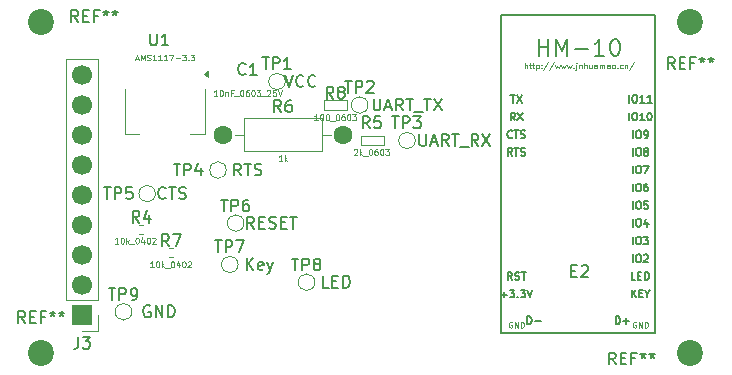
<source format=gbr>
%TF.GenerationSoftware,KiCad,Pcbnew,9.0.7-9.0.7~ubuntu24.04.1*%
%TF.CreationDate,2026-02-13T06:42:11+01:00*%
%TF.ProjectId,diagram_wirering,64696167-7261-46d5-9f77-69726572696e,rev?*%
%TF.SameCoordinates,Original*%
%TF.FileFunction,Soldermask,Bot*%
%TF.FilePolarity,Negative*%
%FSLAX46Y46*%
G04 Gerber Fmt 4.6, Leading zero omitted, Abs format (unit mm)*
G04 Created by KiCad (PCBNEW 9.0.7-9.0.7~ubuntu24.04.1) date 2026-02-13 06:42:11*
%MOMM*%
%LPD*%
G01*
G04 APERTURE LIST*
%ADD10C,2.200000*%
%ADD11C,1.600000*%
%ADD12R,1.700000X1.700000*%
%ADD13C,1.700000*%
%ADD14C,0.150000*%
%ADD15C,0.120000*%
%ADD16C,0.100000*%
%ADD17C,0.127000*%
G04 APERTURE END LIST*
D10*
%TO.C,REF\u002A\u002A*%
X57500000Y-45000000D03*
%TD*%
%TO.C,REF\u002A\u002A*%
X112500000Y-45000000D03*
%TD*%
%TO.C,REF\u002A\u002A*%
X112500000Y-17000000D03*
%TD*%
%TO.C,REF\u002A\u002A*%
X57500000Y-17000000D03*
%TD*%
D11*
%TO.C,R6*%
X72920000Y-26500000D03*
X83080000Y-26500000D03*
%TD*%
D12*
%TO.C,J3*%
X61000000Y-41780000D03*
D13*
X61000000Y-39240000D03*
X61000000Y-36700000D03*
X61000000Y-34160000D03*
X61000000Y-31620000D03*
X61000000Y-29080000D03*
X61000000Y-26540000D03*
X61000000Y-24000000D03*
X61000000Y-21460000D03*
%TD*%
D14*
X56166666Y-42454819D02*
X55833333Y-41978628D01*
X55595238Y-42454819D02*
X55595238Y-41454819D01*
X55595238Y-41454819D02*
X55976190Y-41454819D01*
X55976190Y-41454819D02*
X56071428Y-41502438D01*
X56071428Y-41502438D02*
X56119047Y-41550057D01*
X56119047Y-41550057D02*
X56166666Y-41645295D01*
X56166666Y-41645295D02*
X56166666Y-41788152D01*
X56166666Y-41788152D02*
X56119047Y-41883390D01*
X56119047Y-41883390D02*
X56071428Y-41931009D01*
X56071428Y-41931009D02*
X55976190Y-41978628D01*
X55976190Y-41978628D02*
X55595238Y-41978628D01*
X56595238Y-41931009D02*
X56928571Y-41931009D01*
X57071428Y-42454819D02*
X56595238Y-42454819D01*
X56595238Y-42454819D02*
X56595238Y-41454819D01*
X56595238Y-41454819D02*
X57071428Y-41454819D01*
X57833333Y-41931009D02*
X57500000Y-41931009D01*
X57500000Y-42454819D02*
X57500000Y-41454819D01*
X57500000Y-41454819D02*
X57976190Y-41454819D01*
X58500000Y-41454819D02*
X58500000Y-41692914D01*
X58261905Y-41597676D02*
X58500000Y-41692914D01*
X58500000Y-41692914D02*
X58738095Y-41597676D01*
X58357143Y-41883390D02*
X58500000Y-41692914D01*
X58500000Y-41692914D02*
X58642857Y-41883390D01*
X59261905Y-41454819D02*
X59261905Y-41692914D01*
X59023810Y-41597676D02*
X59261905Y-41692914D01*
X59261905Y-41692914D02*
X59500000Y-41597676D01*
X59119048Y-41883390D02*
X59261905Y-41692914D01*
X59261905Y-41692914D02*
X59404762Y-41883390D01*
X106166666Y-45954819D02*
X105833333Y-45478628D01*
X105595238Y-45954819D02*
X105595238Y-44954819D01*
X105595238Y-44954819D02*
X105976190Y-44954819D01*
X105976190Y-44954819D02*
X106071428Y-45002438D01*
X106071428Y-45002438D02*
X106119047Y-45050057D01*
X106119047Y-45050057D02*
X106166666Y-45145295D01*
X106166666Y-45145295D02*
X106166666Y-45288152D01*
X106166666Y-45288152D02*
X106119047Y-45383390D01*
X106119047Y-45383390D02*
X106071428Y-45431009D01*
X106071428Y-45431009D02*
X105976190Y-45478628D01*
X105976190Y-45478628D02*
X105595238Y-45478628D01*
X106595238Y-45431009D02*
X106928571Y-45431009D01*
X107071428Y-45954819D02*
X106595238Y-45954819D01*
X106595238Y-45954819D02*
X106595238Y-44954819D01*
X106595238Y-44954819D02*
X107071428Y-44954819D01*
X107833333Y-45431009D02*
X107500000Y-45431009D01*
X107500000Y-45954819D02*
X107500000Y-44954819D01*
X107500000Y-44954819D02*
X107976190Y-44954819D01*
X108500000Y-44954819D02*
X108500000Y-45192914D01*
X108261905Y-45097676D02*
X108500000Y-45192914D01*
X108500000Y-45192914D02*
X108738095Y-45097676D01*
X108357143Y-45383390D02*
X108500000Y-45192914D01*
X108500000Y-45192914D02*
X108642857Y-45383390D01*
X109261905Y-44954819D02*
X109261905Y-45192914D01*
X109023810Y-45097676D02*
X109261905Y-45192914D01*
X109261905Y-45192914D02*
X109500000Y-45097676D01*
X109119048Y-45383390D02*
X109261905Y-45192914D01*
X109261905Y-45192914D02*
X109404762Y-45383390D01*
X111166666Y-20954819D02*
X110833333Y-20478628D01*
X110595238Y-20954819D02*
X110595238Y-19954819D01*
X110595238Y-19954819D02*
X110976190Y-19954819D01*
X110976190Y-19954819D02*
X111071428Y-20002438D01*
X111071428Y-20002438D02*
X111119047Y-20050057D01*
X111119047Y-20050057D02*
X111166666Y-20145295D01*
X111166666Y-20145295D02*
X111166666Y-20288152D01*
X111166666Y-20288152D02*
X111119047Y-20383390D01*
X111119047Y-20383390D02*
X111071428Y-20431009D01*
X111071428Y-20431009D02*
X110976190Y-20478628D01*
X110976190Y-20478628D02*
X110595238Y-20478628D01*
X111595238Y-20431009D02*
X111928571Y-20431009D01*
X112071428Y-20954819D02*
X111595238Y-20954819D01*
X111595238Y-20954819D02*
X111595238Y-19954819D01*
X111595238Y-19954819D02*
X112071428Y-19954819D01*
X112833333Y-20431009D02*
X112500000Y-20431009D01*
X112500000Y-20954819D02*
X112500000Y-19954819D01*
X112500000Y-19954819D02*
X112976190Y-19954819D01*
X113500000Y-19954819D02*
X113500000Y-20192914D01*
X113261905Y-20097676D02*
X113500000Y-20192914D01*
X113500000Y-20192914D02*
X113738095Y-20097676D01*
X113357143Y-20383390D02*
X113500000Y-20192914D01*
X113500000Y-20192914D02*
X113642857Y-20383390D01*
X114261905Y-19954819D02*
X114261905Y-20192914D01*
X114023810Y-20097676D02*
X114261905Y-20192914D01*
X114261905Y-20192914D02*
X114500000Y-20097676D01*
X114119048Y-20383390D02*
X114261905Y-20192914D01*
X114261905Y-20192914D02*
X114404762Y-20383390D01*
X60666666Y-16954819D02*
X60333333Y-16478628D01*
X60095238Y-16954819D02*
X60095238Y-15954819D01*
X60095238Y-15954819D02*
X60476190Y-15954819D01*
X60476190Y-15954819D02*
X60571428Y-16002438D01*
X60571428Y-16002438D02*
X60619047Y-16050057D01*
X60619047Y-16050057D02*
X60666666Y-16145295D01*
X60666666Y-16145295D02*
X60666666Y-16288152D01*
X60666666Y-16288152D02*
X60619047Y-16383390D01*
X60619047Y-16383390D02*
X60571428Y-16431009D01*
X60571428Y-16431009D02*
X60476190Y-16478628D01*
X60476190Y-16478628D02*
X60095238Y-16478628D01*
X61095238Y-16431009D02*
X61428571Y-16431009D01*
X61571428Y-16954819D02*
X61095238Y-16954819D01*
X61095238Y-16954819D02*
X61095238Y-15954819D01*
X61095238Y-15954819D02*
X61571428Y-15954819D01*
X62333333Y-16431009D02*
X62000000Y-16431009D01*
X62000000Y-16954819D02*
X62000000Y-15954819D01*
X62000000Y-15954819D02*
X62476190Y-15954819D01*
X63000000Y-15954819D02*
X63000000Y-16192914D01*
X62761905Y-16097676D02*
X63000000Y-16192914D01*
X63000000Y-16192914D02*
X63238095Y-16097676D01*
X62857143Y-16383390D02*
X63000000Y-16192914D01*
X63000000Y-16192914D02*
X63142857Y-16383390D01*
X63761905Y-15954819D02*
X63761905Y-16192914D01*
X63523810Y-16097676D02*
X63761905Y-16192914D01*
X63761905Y-16192914D02*
X64000000Y-16097676D01*
X63619048Y-16383390D02*
X63761905Y-16192914D01*
X63761905Y-16192914D02*
X63904762Y-16383390D01*
X83238095Y-21956819D02*
X83809523Y-21956819D01*
X83523809Y-22956819D02*
X83523809Y-21956819D01*
X84142857Y-22956819D02*
X84142857Y-21956819D01*
X84142857Y-21956819D02*
X84523809Y-21956819D01*
X84523809Y-21956819D02*
X84619047Y-22004438D01*
X84619047Y-22004438D02*
X84666666Y-22052057D01*
X84666666Y-22052057D02*
X84714285Y-22147295D01*
X84714285Y-22147295D02*
X84714285Y-22290152D01*
X84714285Y-22290152D02*
X84666666Y-22385390D01*
X84666666Y-22385390D02*
X84619047Y-22433009D01*
X84619047Y-22433009D02*
X84523809Y-22480628D01*
X84523809Y-22480628D02*
X84142857Y-22480628D01*
X85095238Y-22052057D02*
X85142857Y-22004438D01*
X85142857Y-22004438D02*
X85238095Y-21956819D01*
X85238095Y-21956819D02*
X85476190Y-21956819D01*
X85476190Y-21956819D02*
X85571428Y-22004438D01*
X85571428Y-22004438D02*
X85619047Y-22052057D01*
X85619047Y-22052057D02*
X85666666Y-22147295D01*
X85666666Y-22147295D02*
X85666666Y-22242533D01*
X85666666Y-22242533D02*
X85619047Y-22385390D01*
X85619047Y-22385390D02*
X85047619Y-22956819D01*
X85047619Y-22956819D02*
X85666666Y-22956819D01*
X85666666Y-23454819D02*
X85666666Y-24264342D01*
X85666666Y-24264342D02*
X85714285Y-24359580D01*
X85714285Y-24359580D02*
X85761904Y-24407200D01*
X85761904Y-24407200D02*
X85857142Y-24454819D01*
X85857142Y-24454819D02*
X86047618Y-24454819D01*
X86047618Y-24454819D02*
X86142856Y-24407200D01*
X86142856Y-24407200D02*
X86190475Y-24359580D01*
X86190475Y-24359580D02*
X86238094Y-24264342D01*
X86238094Y-24264342D02*
X86238094Y-23454819D01*
X86666666Y-24169104D02*
X87142856Y-24169104D01*
X86571428Y-24454819D02*
X86904761Y-23454819D01*
X86904761Y-23454819D02*
X87238094Y-24454819D01*
X88142856Y-24454819D02*
X87809523Y-23978628D01*
X87571428Y-24454819D02*
X87571428Y-23454819D01*
X87571428Y-23454819D02*
X87952380Y-23454819D01*
X87952380Y-23454819D02*
X88047618Y-23502438D01*
X88047618Y-23502438D02*
X88095237Y-23550057D01*
X88095237Y-23550057D02*
X88142856Y-23645295D01*
X88142856Y-23645295D02*
X88142856Y-23788152D01*
X88142856Y-23788152D02*
X88095237Y-23883390D01*
X88095237Y-23883390D02*
X88047618Y-23931009D01*
X88047618Y-23931009D02*
X87952380Y-23978628D01*
X87952380Y-23978628D02*
X87571428Y-23978628D01*
X88428571Y-23454819D02*
X88999999Y-23454819D01*
X88714285Y-24454819D02*
X88714285Y-23454819D01*
X89095238Y-24550057D02*
X89857142Y-24550057D01*
X89952381Y-23454819D02*
X90523809Y-23454819D01*
X90238095Y-24454819D02*
X90238095Y-23454819D01*
X90761905Y-23454819D02*
X91428571Y-24454819D01*
X91428571Y-23454819D02*
X90761905Y-24454819D01*
X87238095Y-24956819D02*
X87809523Y-24956819D01*
X87523809Y-25956819D02*
X87523809Y-24956819D01*
X88142857Y-25956819D02*
X88142857Y-24956819D01*
X88142857Y-24956819D02*
X88523809Y-24956819D01*
X88523809Y-24956819D02*
X88619047Y-25004438D01*
X88619047Y-25004438D02*
X88666666Y-25052057D01*
X88666666Y-25052057D02*
X88714285Y-25147295D01*
X88714285Y-25147295D02*
X88714285Y-25290152D01*
X88714285Y-25290152D02*
X88666666Y-25385390D01*
X88666666Y-25385390D02*
X88619047Y-25433009D01*
X88619047Y-25433009D02*
X88523809Y-25480628D01*
X88523809Y-25480628D02*
X88142857Y-25480628D01*
X89047619Y-24956819D02*
X89666666Y-24956819D01*
X89666666Y-24956819D02*
X89333333Y-25337771D01*
X89333333Y-25337771D02*
X89476190Y-25337771D01*
X89476190Y-25337771D02*
X89571428Y-25385390D01*
X89571428Y-25385390D02*
X89619047Y-25433009D01*
X89619047Y-25433009D02*
X89666666Y-25528247D01*
X89666666Y-25528247D02*
X89666666Y-25766342D01*
X89666666Y-25766342D02*
X89619047Y-25861580D01*
X89619047Y-25861580D02*
X89571428Y-25909200D01*
X89571428Y-25909200D02*
X89476190Y-25956819D01*
X89476190Y-25956819D02*
X89190476Y-25956819D01*
X89190476Y-25956819D02*
X89095238Y-25909200D01*
X89095238Y-25909200D02*
X89047619Y-25861580D01*
X89547619Y-26454819D02*
X89547619Y-27264342D01*
X89547619Y-27264342D02*
X89595238Y-27359580D01*
X89595238Y-27359580D02*
X89642857Y-27407200D01*
X89642857Y-27407200D02*
X89738095Y-27454819D01*
X89738095Y-27454819D02*
X89928571Y-27454819D01*
X89928571Y-27454819D02*
X90023809Y-27407200D01*
X90023809Y-27407200D02*
X90071428Y-27359580D01*
X90071428Y-27359580D02*
X90119047Y-27264342D01*
X90119047Y-27264342D02*
X90119047Y-26454819D01*
X90547619Y-27169104D02*
X91023809Y-27169104D01*
X90452381Y-27454819D02*
X90785714Y-26454819D01*
X90785714Y-26454819D02*
X91119047Y-27454819D01*
X92023809Y-27454819D02*
X91690476Y-26978628D01*
X91452381Y-27454819D02*
X91452381Y-26454819D01*
X91452381Y-26454819D02*
X91833333Y-26454819D01*
X91833333Y-26454819D02*
X91928571Y-26502438D01*
X91928571Y-26502438D02*
X91976190Y-26550057D01*
X91976190Y-26550057D02*
X92023809Y-26645295D01*
X92023809Y-26645295D02*
X92023809Y-26788152D01*
X92023809Y-26788152D02*
X91976190Y-26883390D01*
X91976190Y-26883390D02*
X91928571Y-26931009D01*
X91928571Y-26931009D02*
X91833333Y-26978628D01*
X91833333Y-26978628D02*
X91452381Y-26978628D01*
X92309524Y-26454819D02*
X92880952Y-26454819D01*
X92595238Y-27454819D02*
X92595238Y-26454819D01*
X92976191Y-27550057D02*
X93738095Y-27550057D01*
X94547619Y-27454819D02*
X94214286Y-26978628D01*
X93976191Y-27454819D02*
X93976191Y-26454819D01*
X93976191Y-26454819D02*
X94357143Y-26454819D01*
X94357143Y-26454819D02*
X94452381Y-26502438D01*
X94452381Y-26502438D02*
X94500000Y-26550057D01*
X94500000Y-26550057D02*
X94547619Y-26645295D01*
X94547619Y-26645295D02*
X94547619Y-26788152D01*
X94547619Y-26788152D02*
X94500000Y-26883390D01*
X94500000Y-26883390D02*
X94452381Y-26931009D01*
X94452381Y-26931009D02*
X94357143Y-26978628D01*
X94357143Y-26978628D02*
X93976191Y-26978628D01*
X94880953Y-26454819D02*
X95547619Y-27454819D01*
X95547619Y-26454819D02*
X94880953Y-27454819D01*
X68738095Y-28956819D02*
X69309523Y-28956819D01*
X69023809Y-29956819D02*
X69023809Y-28956819D01*
X69642857Y-29956819D02*
X69642857Y-28956819D01*
X69642857Y-28956819D02*
X70023809Y-28956819D01*
X70023809Y-28956819D02*
X70119047Y-29004438D01*
X70119047Y-29004438D02*
X70166666Y-29052057D01*
X70166666Y-29052057D02*
X70214285Y-29147295D01*
X70214285Y-29147295D02*
X70214285Y-29290152D01*
X70214285Y-29290152D02*
X70166666Y-29385390D01*
X70166666Y-29385390D02*
X70119047Y-29433009D01*
X70119047Y-29433009D02*
X70023809Y-29480628D01*
X70023809Y-29480628D02*
X69642857Y-29480628D01*
X71071428Y-29290152D02*
X71071428Y-29956819D01*
X70833333Y-28909200D02*
X70595238Y-29623485D01*
X70595238Y-29623485D02*
X71214285Y-29623485D01*
X74452380Y-29954819D02*
X74119047Y-29478628D01*
X73880952Y-29954819D02*
X73880952Y-28954819D01*
X73880952Y-28954819D02*
X74261904Y-28954819D01*
X74261904Y-28954819D02*
X74357142Y-29002438D01*
X74357142Y-29002438D02*
X74404761Y-29050057D01*
X74404761Y-29050057D02*
X74452380Y-29145295D01*
X74452380Y-29145295D02*
X74452380Y-29288152D01*
X74452380Y-29288152D02*
X74404761Y-29383390D01*
X74404761Y-29383390D02*
X74357142Y-29431009D01*
X74357142Y-29431009D02*
X74261904Y-29478628D01*
X74261904Y-29478628D02*
X73880952Y-29478628D01*
X74738095Y-28954819D02*
X75309523Y-28954819D01*
X75023809Y-29954819D02*
X75023809Y-28954819D01*
X75595238Y-29907200D02*
X75738095Y-29954819D01*
X75738095Y-29954819D02*
X75976190Y-29954819D01*
X75976190Y-29954819D02*
X76071428Y-29907200D01*
X76071428Y-29907200D02*
X76119047Y-29859580D01*
X76119047Y-29859580D02*
X76166666Y-29764342D01*
X76166666Y-29764342D02*
X76166666Y-29669104D01*
X76166666Y-29669104D02*
X76119047Y-29573866D01*
X76119047Y-29573866D02*
X76071428Y-29526247D01*
X76071428Y-29526247D02*
X75976190Y-29478628D01*
X75976190Y-29478628D02*
X75785714Y-29431009D01*
X75785714Y-29431009D02*
X75690476Y-29383390D01*
X75690476Y-29383390D02*
X75642857Y-29335771D01*
X75642857Y-29335771D02*
X75595238Y-29240533D01*
X75595238Y-29240533D02*
X75595238Y-29145295D01*
X75595238Y-29145295D02*
X75642857Y-29050057D01*
X75642857Y-29050057D02*
X75690476Y-29002438D01*
X75690476Y-29002438D02*
X75785714Y-28954819D01*
X75785714Y-28954819D02*
X76023809Y-28954819D01*
X76023809Y-28954819D02*
X76166666Y-29002438D01*
X62846366Y-30956819D02*
X63417794Y-30956819D01*
X63132080Y-31956819D02*
X63132080Y-30956819D01*
X63751128Y-31956819D02*
X63751128Y-30956819D01*
X63751128Y-30956819D02*
X64132080Y-30956819D01*
X64132080Y-30956819D02*
X64227318Y-31004438D01*
X64227318Y-31004438D02*
X64274937Y-31052057D01*
X64274937Y-31052057D02*
X64322556Y-31147295D01*
X64322556Y-31147295D02*
X64322556Y-31290152D01*
X64322556Y-31290152D02*
X64274937Y-31385390D01*
X64274937Y-31385390D02*
X64227318Y-31433009D01*
X64227318Y-31433009D02*
X64132080Y-31480628D01*
X64132080Y-31480628D02*
X63751128Y-31480628D01*
X65227318Y-30956819D02*
X64751128Y-30956819D01*
X64751128Y-30956819D02*
X64703509Y-31433009D01*
X64703509Y-31433009D02*
X64751128Y-31385390D01*
X64751128Y-31385390D02*
X64846366Y-31337771D01*
X64846366Y-31337771D02*
X65084461Y-31337771D01*
X65084461Y-31337771D02*
X65179699Y-31385390D01*
X65179699Y-31385390D02*
X65227318Y-31433009D01*
X65227318Y-31433009D02*
X65274937Y-31528247D01*
X65274937Y-31528247D02*
X65274937Y-31766342D01*
X65274937Y-31766342D02*
X65227318Y-31861580D01*
X65227318Y-31861580D02*
X65179699Y-31909200D01*
X65179699Y-31909200D02*
X65084461Y-31956819D01*
X65084461Y-31956819D02*
X64846366Y-31956819D01*
X64846366Y-31956819D02*
X64751128Y-31909200D01*
X64751128Y-31909200D02*
X64703509Y-31861580D01*
X68060651Y-31859580D02*
X68013032Y-31907200D01*
X68013032Y-31907200D02*
X67870175Y-31954819D01*
X67870175Y-31954819D02*
X67774937Y-31954819D01*
X67774937Y-31954819D02*
X67632080Y-31907200D01*
X67632080Y-31907200D02*
X67536842Y-31811961D01*
X67536842Y-31811961D02*
X67489223Y-31716723D01*
X67489223Y-31716723D02*
X67441604Y-31526247D01*
X67441604Y-31526247D02*
X67441604Y-31383390D01*
X67441604Y-31383390D02*
X67489223Y-31192914D01*
X67489223Y-31192914D02*
X67536842Y-31097676D01*
X67536842Y-31097676D02*
X67632080Y-31002438D01*
X67632080Y-31002438D02*
X67774937Y-30954819D01*
X67774937Y-30954819D02*
X67870175Y-30954819D01*
X67870175Y-30954819D02*
X68013032Y-31002438D01*
X68013032Y-31002438D02*
X68060651Y-31050057D01*
X68346366Y-30954819D02*
X68917794Y-30954819D01*
X68632080Y-31954819D02*
X68632080Y-30954819D01*
X69203509Y-31907200D02*
X69346366Y-31954819D01*
X69346366Y-31954819D02*
X69584461Y-31954819D01*
X69584461Y-31954819D02*
X69679699Y-31907200D01*
X69679699Y-31907200D02*
X69727318Y-31859580D01*
X69727318Y-31859580D02*
X69774937Y-31764342D01*
X69774937Y-31764342D02*
X69774937Y-31669104D01*
X69774937Y-31669104D02*
X69727318Y-31573866D01*
X69727318Y-31573866D02*
X69679699Y-31526247D01*
X69679699Y-31526247D02*
X69584461Y-31478628D01*
X69584461Y-31478628D02*
X69393985Y-31431009D01*
X69393985Y-31431009D02*
X69298747Y-31383390D01*
X69298747Y-31383390D02*
X69251128Y-31335771D01*
X69251128Y-31335771D02*
X69203509Y-31240533D01*
X69203509Y-31240533D02*
X69203509Y-31145295D01*
X69203509Y-31145295D02*
X69251128Y-31050057D01*
X69251128Y-31050057D02*
X69298747Y-31002438D01*
X69298747Y-31002438D02*
X69393985Y-30954819D01*
X69393985Y-30954819D02*
X69632080Y-30954819D01*
X69632080Y-30954819D02*
X69774937Y-31002438D01*
X76238095Y-19954819D02*
X76809523Y-19954819D01*
X76523809Y-20954819D02*
X76523809Y-19954819D01*
X77142857Y-20954819D02*
X77142857Y-19954819D01*
X77142857Y-19954819D02*
X77523809Y-19954819D01*
X77523809Y-19954819D02*
X77619047Y-20002438D01*
X77619047Y-20002438D02*
X77666666Y-20050057D01*
X77666666Y-20050057D02*
X77714285Y-20145295D01*
X77714285Y-20145295D02*
X77714285Y-20288152D01*
X77714285Y-20288152D02*
X77666666Y-20383390D01*
X77666666Y-20383390D02*
X77619047Y-20431009D01*
X77619047Y-20431009D02*
X77523809Y-20478628D01*
X77523809Y-20478628D02*
X77142857Y-20478628D01*
X78666666Y-20954819D02*
X78095238Y-20954819D01*
X78380952Y-20954819D02*
X78380952Y-19954819D01*
X78380952Y-19954819D02*
X78285714Y-20097676D01*
X78285714Y-20097676D02*
X78190476Y-20192914D01*
X78190476Y-20192914D02*
X78095238Y-20240533D01*
X78166667Y-21454819D02*
X78500000Y-22454819D01*
X78500000Y-22454819D02*
X78833333Y-21454819D01*
X79738095Y-22359580D02*
X79690476Y-22407200D01*
X79690476Y-22407200D02*
X79547619Y-22454819D01*
X79547619Y-22454819D02*
X79452381Y-22454819D01*
X79452381Y-22454819D02*
X79309524Y-22407200D01*
X79309524Y-22407200D02*
X79214286Y-22311961D01*
X79214286Y-22311961D02*
X79166667Y-22216723D01*
X79166667Y-22216723D02*
X79119048Y-22026247D01*
X79119048Y-22026247D02*
X79119048Y-21883390D01*
X79119048Y-21883390D02*
X79166667Y-21692914D01*
X79166667Y-21692914D02*
X79214286Y-21597676D01*
X79214286Y-21597676D02*
X79309524Y-21502438D01*
X79309524Y-21502438D02*
X79452381Y-21454819D01*
X79452381Y-21454819D02*
X79547619Y-21454819D01*
X79547619Y-21454819D02*
X79690476Y-21502438D01*
X79690476Y-21502438D02*
X79738095Y-21550057D01*
X80738095Y-22359580D02*
X80690476Y-22407200D01*
X80690476Y-22407200D02*
X80547619Y-22454819D01*
X80547619Y-22454819D02*
X80452381Y-22454819D01*
X80452381Y-22454819D02*
X80309524Y-22407200D01*
X80309524Y-22407200D02*
X80214286Y-22311961D01*
X80214286Y-22311961D02*
X80166667Y-22216723D01*
X80166667Y-22216723D02*
X80119048Y-22026247D01*
X80119048Y-22026247D02*
X80119048Y-21883390D01*
X80119048Y-21883390D02*
X80166667Y-21692914D01*
X80166667Y-21692914D02*
X80214286Y-21597676D01*
X80214286Y-21597676D02*
X80309524Y-21502438D01*
X80309524Y-21502438D02*
X80452381Y-21454819D01*
X80452381Y-21454819D02*
X80547619Y-21454819D01*
X80547619Y-21454819D02*
X80690476Y-21502438D01*
X80690476Y-21502438D02*
X80738095Y-21550057D01*
X102424524Y-38036009D02*
X102757857Y-38036009D01*
X102900714Y-38559819D02*
X102424524Y-38559819D01*
X102424524Y-38559819D02*
X102424524Y-37559819D01*
X102424524Y-37559819D02*
X102900714Y-37559819D01*
X103281667Y-37655057D02*
X103329286Y-37607438D01*
X103329286Y-37607438D02*
X103424524Y-37559819D01*
X103424524Y-37559819D02*
X103662619Y-37559819D01*
X103662619Y-37559819D02*
X103757857Y-37607438D01*
X103757857Y-37607438D02*
X103805476Y-37655057D01*
X103805476Y-37655057D02*
X103853095Y-37750295D01*
X103853095Y-37750295D02*
X103853095Y-37845533D01*
X103853095Y-37845533D02*
X103805476Y-37988390D01*
X103805476Y-37988390D02*
X103234048Y-38559819D01*
X103234048Y-38559819D02*
X103853095Y-38559819D01*
D15*
X98454285Y-20895817D02*
X98454285Y-20415817D01*
X98660000Y-20895817D02*
X98660000Y-20644388D01*
X98660000Y-20644388D02*
X98637142Y-20598674D01*
X98637142Y-20598674D02*
X98591428Y-20575817D01*
X98591428Y-20575817D02*
X98522857Y-20575817D01*
X98522857Y-20575817D02*
X98477142Y-20598674D01*
X98477142Y-20598674D02*
X98454285Y-20621531D01*
X98820000Y-20575817D02*
X99002857Y-20575817D01*
X98888571Y-20415817D02*
X98888571Y-20827245D01*
X98888571Y-20827245D02*
X98911428Y-20872960D01*
X98911428Y-20872960D02*
X98957143Y-20895817D01*
X98957143Y-20895817D02*
X99002857Y-20895817D01*
X99094286Y-20575817D02*
X99277143Y-20575817D01*
X99162857Y-20415817D02*
X99162857Y-20827245D01*
X99162857Y-20827245D02*
X99185714Y-20872960D01*
X99185714Y-20872960D02*
X99231429Y-20895817D01*
X99231429Y-20895817D02*
X99277143Y-20895817D01*
X99437143Y-20575817D02*
X99437143Y-21055817D01*
X99437143Y-20598674D02*
X99482858Y-20575817D01*
X99482858Y-20575817D02*
X99574286Y-20575817D01*
X99574286Y-20575817D02*
X99620000Y-20598674D01*
X99620000Y-20598674D02*
X99642858Y-20621531D01*
X99642858Y-20621531D02*
X99665715Y-20667245D01*
X99665715Y-20667245D02*
X99665715Y-20804388D01*
X99665715Y-20804388D02*
X99642858Y-20850102D01*
X99642858Y-20850102D02*
X99620000Y-20872960D01*
X99620000Y-20872960D02*
X99574286Y-20895817D01*
X99574286Y-20895817D02*
X99482858Y-20895817D01*
X99482858Y-20895817D02*
X99437143Y-20872960D01*
X99871429Y-20850102D02*
X99894286Y-20872960D01*
X99894286Y-20872960D02*
X99871429Y-20895817D01*
X99871429Y-20895817D02*
X99848572Y-20872960D01*
X99848572Y-20872960D02*
X99871429Y-20850102D01*
X99871429Y-20850102D02*
X99871429Y-20895817D01*
X99871429Y-20598674D02*
X99894286Y-20621531D01*
X99894286Y-20621531D02*
X99871429Y-20644388D01*
X99871429Y-20644388D02*
X99848572Y-20621531D01*
X99848572Y-20621531D02*
X99871429Y-20598674D01*
X99871429Y-20598674D02*
X99871429Y-20644388D01*
X100442857Y-20392960D02*
X100031429Y-21010102D01*
X100945714Y-20392960D02*
X100534286Y-21010102D01*
X101060000Y-20575817D02*
X101151429Y-20895817D01*
X101151429Y-20895817D02*
X101242857Y-20667245D01*
X101242857Y-20667245D02*
X101334286Y-20895817D01*
X101334286Y-20895817D02*
X101425714Y-20575817D01*
X101562857Y-20575817D02*
X101654286Y-20895817D01*
X101654286Y-20895817D02*
X101745714Y-20667245D01*
X101745714Y-20667245D02*
X101837143Y-20895817D01*
X101837143Y-20895817D02*
X101928571Y-20575817D01*
X102065714Y-20575817D02*
X102157143Y-20895817D01*
X102157143Y-20895817D02*
X102248571Y-20667245D01*
X102248571Y-20667245D02*
X102340000Y-20895817D01*
X102340000Y-20895817D02*
X102431428Y-20575817D01*
X102614285Y-20850102D02*
X102637142Y-20872960D01*
X102637142Y-20872960D02*
X102614285Y-20895817D01*
X102614285Y-20895817D02*
X102591428Y-20872960D01*
X102591428Y-20872960D02*
X102614285Y-20850102D01*
X102614285Y-20850102D02*
X102614285Y-20895817D01*
X102842856Y-20575817D02*
X102842856Y-20987245D01*
X102842856Y-20987245D02*
X102819999Y-21032960D01*
X102819999Y-21032960D02*
X102774285Y-21055817D01*
X102774285Y-21055817D02*
X102751428Y-21055817D01*
X102842856Y-20415817D02*
X102819999Y-20438674D01*
X102819999Y-20438674D02*
X102842856Y-20461531D01*
X102842856Y-20461531D02*
X102865713Y-20438674D01*
X102865713Y-20438674D02*
X102842856Y-20415817D01*
X102842856Y-20415817D02*
X102842856Y-20461531D01*
X103071427Y-20575817D02*
X103071427Y-20895817D01*
X103071427Y-20621531D02*
X103094284Y-20598674D01*
X103094284Y-20598674D02*
X103139999Y-20575817D01*
X103139999Y-20575817D02*
X103208570Y-20575817D01*
X103208570Y-20575817D02*
X103254284Y-20598674D01*
X103254284Y-20598674D02*
X103277142Y-20644388D01*
X103277142Y-20644388D02*
X103277142Y-20895817D01*
X103505713Y-20895817D02*
X103505713Y-20415817D01*
X103711428Y-20895817D02*
X103711428Y-20644388D01*
X103711428Y-20644388D02*
X103688570Y-20598674D01*
X103688570Y-20598674D02*
X103642856Y-20575817D01*
X103642856Y-20575817D02*
X103574285Y-20575817D01*
X103574285Y-20575817D02*
X103528570Y-20598674D01*
X103528570Y-20598674D02*
X103505713Y-20621531D01*
X104145714Y-20575817D02*
X104145714Y-20895817D01*
X103939999Y-20575817D02*
X103939999Y-20827245D01*
X103939999Y-20827245D02*
X103962856Y-20872960D01*
X103962856Y-20872960D02*
X104008571Y-20895817D01*
X104008571Y-20895817D02*
X104077142Y-20895817D01*
X104077142Y-20895817D02*
X104122856Y-20872960D01*
X104122856Y-20872960D02*
X104145714Y-20850102D01*
X104580000Y-20895817D02*
X104580000Y-20644388D01*
X104580000Y-20644388D02*
X104557142Y-20598674D01*
X104557142Y-20598674D02*
X104511428Y-20575817D01*
X104511428Y-20575817D02*
X104420000Y-20575817D01*
X104420000Y-20575817D02*
X104374285Y-20598674D01*
X104580000Y-20872960D02*
X104534285Y-20895817D01*
X104534285Y-20895817D02*
X104420000Y-20895817D01*
X104420000Y-20895817D02*
X104374285Y-20872960D01*
X104374285Y-20872960D02*
X104351428Y-20827245D01*
X104351428Y-20827245D02*
X104351428Y-20781531D01*
X104351428Y-20781531D02*
X104374285Y-20735817D01*
X104374285Y-20735817D02*
X104420000Y-20712960D01*
X104420000Y-20712960D02*
X104534285Y-20712960D01*
X104534285Y-20712960D02*
X104580000Y-20690102D01*
X104808571Y-20895817D02*
X104808571Y-20575817D01*
X104808571Y-20621531D02*
X104831428Y-20598674D01*
X104831428Y-20598674D02*
X104877143Y-20575817D01*
X104877143Y-20575817D02*
X104945714Y-20575817D01*
X104945714Y-20575817D02*
X104991428Y-20598674D01*
X104991428Y-20598674D02*
X105014286Y-20644388D01*
X105014286Y-20644388D02*
X105014286Y-20895817D01*
X105014286Y-20644388D02*
X105037143Y-20598674D01*
X105037143Y-20598674D02*
X105082857Y-20575817D01*
X105082857Y-20575817D02*
X105151428Y-20575817D01*
X105151428Y-20575817D02*
X105197143Y-20598674D01*
X105197143Y-20598674D02*
X105220000Y-20644388D01*
X105220000Y-20644388D02*
X105220000Y-20895817D01*
X105654286Y-20895817D02*
X105654286Y-20644388D01*
X105654286Y-20644388D02*
X105631428Y-20598674D01*
X105631428Y-20598674D02*
X105585714Y-20575817D01*
X105585714Y-20575817D02*
X105494286Y-20575817D01*
X105494286Y-20575817D02*
X105448571Y-20598674D01*
X105654286Y-20872960D02*
X105608571Y-20895817D01*
X105608571Y-20895817D02*
X105494286Y-20895817D01*
X105494286Y-20895817D02*
X105448571Y-20872960D01*
X105448571Y-20872960D02*
X105425714Y-20827245D01*
X105425714Y-20827245D02*
X105425714Y-20781531D01*
X105425714Y-20781531D02*
X105448571Y-20735817D01*
X105448571Y-20735817D02*
X105494286Y-20712960D01*
X105494286Y-20712960D02*
X105608571Y-20712960D01*
X105608571Y-20712960D02*
X105654286Y-20690102D01*
X105951429Y-20895817D02*
X105905714Y-20872960D01*
X105905714Y-20872960D02*
X105882857Y-20850102D01*
X105882857Y-20850102D02*
X105860000Y-20804388D01*
X105860000Y-20804388D02*
X105860000Y-20667245D01*
X105860000Y-20667245D02*
X105882857Y-20621531D01*
X105882857Y-20621531D02*
X105905714Y-20598674D01*
X105905714Y-20598674D02*
X105951429Y-20575817D01*
X105951429Y-20575817D02*
X106020000Y-20575817D01*
X106020000Y-20575817D02*
X106065714Y-20598674D01*
X106065714Y-20598674D02*
X106088572Y-20621531D01*
X106088572Y-20621531D02*
X106111429Y-20667245D01*
X106111429Y-20667245D02*
X106111429Y-20804388D01*
X106111429Y-20804388D02*
X106088572Y-20850102D01*
X106088572Y-20850102D02*
X106065714Y-20872960D01*
X106065714Y-20872960D02*
X106020000Y-20895817D01*
X106020000Y-20895817D02*
X105951429Y-20895817D01*
X106317143Y-20850102D02*
X106340000Y-20872960D01*
X106340000Y-20872960D02*
X106317143Y-20895817D01*
X106317143Y-20895817D02*
X106294286Y-20872960D01*
X106294286Y-20872960D02*
X106317143Y-20850102D01*
X106317143Y-20850102D02*
X106317143Y-20895817D01*
X106751429Y-20872960D02*
X106705714Y-20895817D01*
X106705714Y-20895817D02*
X106614286Y-20895817D01*
X106614286Y-20895817D02*
X106568571Y-20872960D01*
X106568571Y-20872960D02*
X106545714Y-20850102D01*
X106545714Y-20850102D02*
X106522857Y-20804388D01*
X106522857Y-20804388D02*
X106522857Y-20667245D01*
X106522857Y-20667245D02*
X106545714Y-20621531D01*
X106545714Y-20621531D02*
X106568571Y-20598674D01*
X106568571Y-20598674D02*
X106614286Y-20575817D01*
X106614286Y-20575817D02*
X106705714Y-20575817D01*
X106705714Y-20575817D02*
X106751429Y-20598674D01*
X106957143Y-20575817D02*
X106957143Y-20895817D01*
X106957143Y-20621531D02*
X106980000Y-20598674D01*
X106980000Y-20598674D02*
X107025715Y-20575817D01*
X107025715Y-20575817D02*
X107094286Y-20575817D01*
X107094286Y-20575817D02*
X107140000Y-20598674D01*
X107140000Y-20598674D02*
X107162858Y-20644388D01*
X107162858Y-20644388D02*
X107162858Y-20895817D01*
X107734286Y-20392960D02*
X107322858Y-21010102D01*
D14*
X97262381Y-23148276D02*
X97628095Y-23148276D01*
X97445238Y-23788276D02*
X97445238Y-23148276D01*
X97780476Y-23148276D02*
X98207143Y-23788276D01*
X98207143Y-23148276D02*
X97780476Y-23788276D01*
X97643333Y-25288276D02*
X97429999Y-24983514D01*
X97277618Y-25288276D02*
X97277618Y-24648276D01*
X97277618Y-24648276D02*
X97521428Y-24648276D01*
X97521428Y-24648276D02*
X97582380Y-24678752D01*
X97582380Y-24678752D02*
X97612857Y-24709228D01*
X97612857Y-24709228D02*
X97643333Y-24770180D01*
X97643333Y-24770180D02*
X97643333Y-24861609D01*
X97643333Y-24861609D02*
X97612857Y-24922561D01*
X97612857Y-24922561D02*
X97582380Y-24953038D01*
X97582380Y-24953038D02*
X97521428Y-24983514D01*
X97521428Y-24983514D02*
X97277618Y-24983514D01*
X97856666Y-24648276D02*
X98283333Y-25288276D01*
X98283333Y-24648276D02*
X97856666Y-25288276D01*
X97399524Y-26727323D02*
X97369048Y-26757800D01*
X97369048Y-26757800D02*
X97277619Y-26788276D01*
X97277619Y-26788276D02*
X97216667Y-26788276D01*
X97216667Y-26788276D02*
X97125238Y-26757800D01*
X97125238Y-26757800D02*
X97064286Y-26696847D01*
X97064286Y-26696847D02*
X97033809Y-26635895D01*
X97033809Y-26635895D02*
X97003333Y-26513990D01*
X97003333Y-26513990D02*
X97003333Y-26422561D01*
X97003333Y-26422561D02*
X97033809Y-26300657D01*
X97033809Y-26300657D02*
X97064286Y-26239704D01*
X97064286Y-26239704D02*
X97125238Y-26178752D01*
X97125238Y-26178752D02*
X97216667Y-26148276D01*
X97216667Y-26148276D02*
X97277619Y-26148276D01*
X97277619Y-26148276D02*
X97369048Y-26178752D01*
X97369048Y-26178752D02*
X97399524Y-26209228D01*
X97582381Y-26148276D02*
X97948095Y-26148276D01*
X97765238Y-26788276D02*
X97765238Y-26148276D01*
X98130952Y-26757800D02*
X98222381Y-26788276D01*
X98222381Y-26788276D02*
X98374762Y-26788276D01*
X98374762Y-26788276D02*
X98435714Y-26757800D01*
X98435714Y-26757800D02*
X98466190Y-26727323D01*
X98466190Y-26727323D02*
X98496667Y-26666371D01*
X98496667Y-26666371D02*
X98496667Y-26605419D01*
X98496667Y-26605419D02*
X98466190Y-26544466D01*
X98466190Y-26544466D02*
X98435714Y-26513990D01*
X98435714Y-26513990D02*
X98374762Y-26483514D01*
X98374762Y-26483514D02*
X98252857Y-26453038D01*
X98252857Y-26453038D02*
X98191905Y-26422561D01*
X98191905Y-26422561D02*
X98161428Y-26392085D01*
X98161428Y-26392085D02*
X98130952Y-26331133D01*
X98130952Y-26331133D02*
X98130952Y-26270180D01*
X98130952Y-26270180D02*
X98161428Y-26209228D01*
X98161428Y-26209228D02*
X98191905Y-26178752D01*
X98191905Y-26178752D02*
X98252857Y-26148276D01*
X98252857Y-26148276D02*
X98405238Y-26148276D01*
X98405238Y-26148276D02*
X98496667Y-26178752D01*
X97399524Y-28288276D02*
X97186190Y-27983514D01*
X97033809Y-28288276D02*
X97033809Y-27648276D01*
X97033809Y-27648276D02*
X97277619Y-27648276D01*
X97277619Y-27648276D02*
X97338571Y-27678752D01*
X97338571Y-27678752D02*
X97369048Y-27709228D01*
X97369048Y-27709228D02*
X97399524Y-27770180D01*
X97399524Y-27770180D02*
X97399524Y-27861609D01*
X97399524Y-27861609D02*
X97369048Y-27922561D01*
X97369048Y-27922561D02*
X97338571Y-27953038D01*
X97338571Y-27953038D02*
X97277619Y-27983514D01*
X97277619Y-27983514D02*
X97033809Y-27983514D01*
X97582381Y-27648276D02*
X97948095Y-27648276D01*
X97765238Y-28288276D02*
X97765238Y-27648276D01*
X98130952Y-28257800D02*
X98222381Y-28288276D01*
X98222381Y-28288276D02*
X98374762Y-28288276D01*
X98374762Y-28288276D02*
X98435714Y-28257800D01*
X98435714Y-28257800D02*
X98466190Y-28227323D01*
X98466190Y-28227323D02*
X98496667Y-28166371D01*
X98496667Y-28166371D02*
X98496667Y-28105419D01*
X98496667Y-28105419D02*
X98466190Y-28044466D01*
X98466190Y-28044466D02*
X98435714Y-28013990D01*
X98435714Y-28013990D02*
X98374762Y-27983514D01*
X98374762Y-27983514D02*
X98252857Y-27953038D01*
X98252857Y-27953038D02*
X98191905Y-27922561D01*
X98191905Y-27922561D02*
X98161428Y-27892085D01*
X98161428Y-27892085D02*
X98130952Y-27831133D01*
X98130952Y-27831133D02*
X98130952Y-27770180D01*
X98130952Y-27770180D02*
X98161428Y-27709228D01*
X98161428Y-27709228D02*
X98191905Y-27678752D01*
X98191905Y-27678752D02*
X98252857Y-27648276D01*
X98252857Y-27648276D02*
X98405238Y-27648276D01*
X98405238Y-27648276D02*
X98496667Y-27678752D01*
X97399524Y-38788276D02*
X97186190Y-38483514D01*
X97033809Y-38788276D02*
X97033809Y-38148276D01*
X97033809Y-38148276D02*
X97277619Y-38148276D01*
X97277619Y-38148276D02*
X97338571Y-38178752D01*
X97338571Y-38178752D02*
X97369048Y-38209228D01*
X97369048Y-38209228D02*
X97399524Y-38270180D01*
X97399524Y-38270180D02*
X97399524Y-38361609D01*
X97399524Y-38361609D02*
X97369048Y-38422561D01*
X97369048Y-38422561D02*
X97338571Y-38453038D01*
X97338571Y-38453038D02*
X97277619Y-38483514D01*
X97277619Y-38483514D02*
X97033809Y-38483514D01*
X97643333Y-38757800D02*
X97734762Y-38788276D01*
X97734762Y-38788276D02*
X97887143Y-38788276D01*
X97887143Y-38788276D02*
X97948095Y-38757800D01*
X97948095Y-38757800D02*
X97978571Y-38727323D01*
X97978571Y-38727323D02*
X98009048Y-38666371D01*
X98009048Y-38666371D02*
X98009048Y-38605419D01*
X98009048Y-38605419D02*
X97978571Y-38544466D01*
X97978571Y-38544466D02*
X97948095Y-38513990D01*
X97948095Y-38513990D02*
X97887143Y-38483514D01*
X97887143Y-38483514D02*
X97765238Y-38453038D01*
X97765238Y-38453038D02*
X97704286Y-38422561D01*
X97704286Y-38422561D02*
X97673809Y-38392085D01*
X97673809Y-38392085D02*
X97643333Y-38331133D01*
X97643333Y-38331133D02*
X97643333Y-38270180D01*
X97643333Y-38270180D02*
X97673809Y-38209228D01*
X97673809Y-38209228D02*
X97704286Y-38178752D01*
X97704286Y-38178752D02*
X97765238Y-38148276D01*
X97765238Y-38148276D02*
X97917619Y-38148276D01*
X97917619Y-38148276D02*
X98009048Y-38178752D01*
X98191905Y-38148276D02*
X98557619Y-38148276D01*
X98374762Y-38788276D02*
X98374762Y-38148276D01*
X96469999Y-40044466D02*
X96957619Y-40044466D01*
X96713809Y-40288276D02*
X96713809Y-39800657D01*
X97201428Y-39648276D02*
X97597619Y-39648276D01*
X97597619Y-39648276D02*
X97384285Y-39892085D01*
X97384285Y-39892085D02*
X97475714Y-39892085D01*
X97475714Y-39892085D02*
X97536666Y-39922561D01*
X97536666Y-39922561D02*
X97567142Y-39953038D01*
X97567142Y-39953038D02*
X97597619Y-40013990D01*
X97597619Y-40013990D02*
X97597619Y-40166371D01*
X97597619Y-40166371D02*
X97567142Y-40227323D01*
X97567142Y-40227323D02*
X97536666Y-40257800D01*
X97536666Y-40257800D02*
X97475714Y-40288276D01*
X97475714Y-40288276D02*
X97292857Y-40288276D01*
X97292857Y-40288276D02*
X97231904Y-40257800D01*
X97231904Y-40257800D02*
X97201428Y-40227323D01*
X97871904Y-40227323D02*
X97902381Y-40257800D01*
X97902381Y-40257800D02*
X97871904Y-40288276D01*
X97871904Y-40288276D02*
X97841428Y-40257800D01*
X97841428Y-40257800D02*
X97871904Y-40227323D01*
X97871904Y-40227323D02*
X97871904Y-40288276D01*
X98115714Y-39648276D02*
X98511905Y-39648276D01*
X98511905Y-39648276D02*
X98298571Y-39892085D01*
X98298571Y-39892085D02*
X98390000Y-39892085D01*
X98390000Y-39892085D02*
X98450952Y-39922561D01*
X98450952Y-39922561D02*
X98481428Y-39953038D01*
X98481428Y-39953038D02*
X98511905Y-40013990D01*
X98511905Y-40013990D02*
X98511905Y-40166371D01*
X98511905Y-40166371D02*
X98481428Y-40227323D01*
X98481428Y-40227323D02*
X98450952Y-40257800D01*
X98450952Y-40257800D02*
X98390000Y-40288276D01*
X98390000Y-40288276D02*
X98207143Y-40288276D01*
X98207143Y-40288276D02*
X98146190Y-40257800D01*
X98146190Y-40257800D02*
X98115714Y-40227323D01*
X98694762Y-39648276D02*
X98908095Y-40288276D01*
X98908095Y-40288276D02*
X99121429Y-39648276D01*
D15*
X97384286Y-42383674D02*
X97338572Y-42360817D01*
X97338572Y-42360817D02*
X97270000Y-42360817D01*
X97270000Y-42360817D02*
X97201429Y-42383674D01*
X97201429Y-42383674D02*
X97155714Y-42429388D01*
X97155714Y-42429388D02*
X97132857Y-42475102D01*
X97132857Y-42475102D02*
X97110000Y-42566531D01*
X97110000Y-42566531D02*
X97110000Y-42635102D01*
X97110000Y-42635102D02*
X97132857Y-42726531D01*
X97132857Y-42726531D02*
X97155714Y-42772245D01*
X97155714Y-42772245D02*
X97201429Y-42817960D01*
X97201429Y-42817960D02*
X97270000Y-42840817D01*
X97270000Y-42840817D02*
X97315714Y-42840817D01*
X97315714Y-42840817D02*
X97384286Y-42817960D01*
X97384286Y-42817960D02*
X97407143Y-42795102D01*
X97407143Y-42795102D02*
X97407143Y-42635102D01*
X97407143Y-42635102D02*
X97315714Y-42635102D01*
X97612857Y-42840817D02*
X97612857Y-42360817D01*
X97612857Y-42360817D02*
X97887143Y-42840817D01*
X97887143Y-42840817D02*
X97887143Y-42360817D01*
X98115714Y-42840817D02*
X98115714Y-42360817D01*
X98115714Y-42360817D02*
X98230000Y-42360817D01*
X98230000Y-42360817D02*
X98298571Y-42383674D01*
X98298571Y-42383674D02*
X98344286Y-42429388D01*
X98344286Y-42429388D02*
X98367143Y-42475102D01*
X98367143Y-42475102D02*
X98390000Y-42566531D01*
X98390000Y-42566531D02*
X98390000Y-42635102D01*
X98390000Y-42635102D02*
X98367143Y-42726531D01*
X98367143Y-42726531D02*
X98344286Y-42772245D01*
X98344286Y-42772245D02*
X98298571Y-42817960D01*
X98298571Y-42817960D02*
X98230000Y-42840817D01*
X98230000Y-42840817D02*
X98115714Y-42840817D01*
D14*
X98686190Y-42538276D02*
X98686190Y-41898276D01*
X98686190Y-41898276D02*
X98838571Y-41898276D01*
X98838571Y-41898276D02*
X98930000Y-41928752D01*
X98930000Y-41928752D02*
X98990952Y-41989704D01*
X98990952Y-41989704D02*
X99021429Y-42050657D01*
X99021429Y-42050657D02*
X99051905Y-42172561D01*
X99051905Y-42172561D02*
X99051905Y-42263990D01*
X99051905Y-42263990D02*
X99021429Y-42385895D01*
X99021429Y-42385895D02*
X98990952Y-42446847D01*
X98990952Y-42446847D02*
X98930000Y-42507800D01*
X98930000Y-42507800D02*
X98838571Y-42538276D01*
X98838571Y-42538276D02*
X98686190Y-42538276D01*
X99326190Y-42294466D02*
X99813810Y-42294466D01*
X106186190Y-42538276D02*
X106186190Y-41898276D01*
X106186190Y-41898276D02*
X106338571Y-41898276D01*
X106338571Y-41898276D02*
X106430000Y-41928752D01*
X106430000Y-41928752D02*
X106490952Y-41989704D01*
X106490952Y-41989704D02*
X106521429Y-42050657D01*
X106521429Y-42050657D02*
X106551905Y-42172561D01*
X106551905Y-42172561D02*
X106551905Y-42263990D01*
X106551905Y-42263990D02*
X106521429Y-42385895D01*
X106521429Y-42385895D02*
X106490952Y-42446847D01*
X106490952Y-42446847D02*
X106430000Y-42507800D01*
X106430000Y-42507800D02*
X106338571Y-42538276D01*
X106338571Y-42538276D02*
X106186190Y-42538276D01*
X106826190Y-42294466D02*
X107313810Y-42294466D01*
X107070000Y-42538276D02*
X107070000Y-42050657D01*
D15*
X107884286Y-42383674D02*
X107838572Y-42360817D01*
X107838572Y-42360817D02*
X107770000Y-42360817D01*
X107770000Y-42360817D02*
X107701429Y-42383674D01*
X107701429Y-42383674D02*
X107655714Y-42429388D01*
X107655714Y-42429388D02*
X107632857Y-42475102D01*
X107632857Y-42475102D02*
X107610000Y-42566531D01*
X107610000Y-42566531D02*
X107610000Y-42635102D01*
X107610000Y-42635102D02*
X107632857Y-42726531D01*
X107632857Y-42726531D02*
X107655714Y-42772245D01*
X107655714Y-42772245D02*
X107701429Y-42817960D01*
X107701429Y-42817960D02*
X107770000Y-42840817D01*
X107770000Y-42840817D02*
X107815714Y-42840817D01*
X107815714Y-42840817D02*
X107884286Y-42817960D01*
X107884286Y-42817960D02*
X107907143Y-42795102D01*
X107907143Y-42795102D02*
X107907143Y-42635102D01*
X107907143Y-42635102D02*
X107815714Y-42635102D01*
X108112857Y-42840817D02*
X108112857Y-42360817D01*
X108112857Y-42360817D02*
X108387143Y-42840817D01*
X108387143Y-42840817D02*
X108387143Y-42360817D01*
X108615714Y-42840817D02*
X108615714Y-42360817D01*
X108615714Y-42360817D02*
X108730000Y-42360817D01*
X108730000Y-42360817D02*
X108798571Y-42383674D01*
X108798571Y-42383674D02*
X108844286Y-42429388D01*
X108844286Y-42429388D02*
X108867143Y-42475102D01*
X108867143Y-42475102D02*
X108890000Y-42566531D01*
X108890000Y-42566531D02*
X108890000Y-42635102D01*
X108890000Y-42635102D02*
X108867143Y-42726531D01*
X108867143Y-42726531D02*
X108844286Y-42772245D01*
X108844286Y-42772245D02*
X108798571Y-42817960D01*
X108798571Y-42817960D02*
X108730000Y-42840817D01*
X108730000Y-42840817D02*
X108615714Y-42840817D01*
D14*
X107518571Y-40288276D02*
X107518571Y-39648276D01*
X107884286Y-40288276D02*
X107610000Y-39922561D01*
X107884286Y-39648276D02*
X107518571Y-40013990D01*
X108158571Y-39953038D02*
X108371905Y-39953038D01*
X108463333Y-40288276D02*
X108158571Y-40288276D01*
X108158571Y-40288276D02*
X108158571Y-39648276D01*
X108158571Y-39648276D02*
X108463333Y-39648276D01*
X108859524Y-39983514D02*
X108859524Y-40288276D01*
X108646191Y-39648276D02*
X108859524Y-39983514D01*
X108859524Y-39983514D02*
X109072858Y-39648276D01*
X107838571Y-38788276D02*
X107533809Y-38788276D01*
X107533809Y-38788276D02*
X107533809Y-38148276D01*
X108051904Y-38453038D02*
X108265238Y-38453038D01*
X108356666Y-38788276D02*
X108051904Y-38788276D01*
X108051904Y-38788276D02*
X108051904Y-38148276D01*
X108051904Y-38148276D02*
X108356666Y-38148276D01*
X108630952Y-38788276D02*
X108630952Y-38148276D01*
X108630952Y-38148276D02*
X108783333Y-38148276D01*
X108783333Y-38148276D02*
X108874762Y-38178752D01*
X108874762Y-38178752D02*
X108935714Y-38239704D01*
X108935714Y-38239704D02*
X108966191Y-38300657D01*
X108966191Y-38300657D02*
X108996667Y-38422561D01*
X108996667Y-38422561D02*
X108996667Y-38513990D01*
X108996667Y-38513990D02*
X108966191Y-38635895D01*
X108966191Y-38635895D02*
X108935714Y-38696847D01*
X108935714Y-38696847D02*
X108874762Y-38757800D01*
X108874762Y-38757800D02*
X108783333Y-38788276D01*
X108783333Y-38788276D02*
X108630952Y-38788276D01*
X107609999Y-37288276D02*
X107609999Y-36648276D01*
X108036666Y-36648276D02*
X108158571Y-36648276D01*
X108158571Y-36648276D02*
X108219523Y-36678752D01*
X108219523Y-36678752D02*
X108280476Y-36739704D01*
X108280476Y-36739704D02*
X108310952Y-36861609D01*
X108310952Y-36861609D02*
X108310952Y-37074942D01*
X108310952Y-37074942D02*
X108280476Y-37196847D01*
X108280476Y-37196847D02*
X108219523Y-37257800D01*
X108219523Y-37257800D02*
X108158571Y-37288276D01*
X108158571Y-37288276D02*
X108036666Y-37288276D01*
X108036666Y-37288276D02*
X107975714Y-37257800D01*
X107975714Y-37257800D02*
X107914761Y-37196847D01*
X107914761Y-37196847D02*
X107884285Y-37074942D01*
X107884285Y-37074942D02*
X107884285Y-36861609D01*
X107884285Y-36861609D02*
X107914761Y-36739704D01*
X107914761Y-36739704D02*
X107975714Y-36678752D01*
X107975714Y-36678752D02*
X108036666Y-36648276D01*
X108554761Y-36709228D02*
X108585237Y-36678752D01*
X108585237Y-36678752D02*
X108646190Y-36648276D01*
X108646190Y-36648276D02*
X108798571Y-36648276D01*
X108798571Y-36648276D02*
X108859523Y-36678752D01*
X108859523Y-36678752D02*
X108889999Y-36709228D01*
X108889999Y-36709228D02*
X108920476Y-36770180D01*
X108920476Y-36770180D02*
X108920476Y-36831133D01*
X108920476Y-36831133D02*
X108889999Y-36922561D01*
X108889999Y-36922561D02*
X108524285Y-37288276D01*
X108524285Y-37288276D02*
X108920476Y-37288276D01*
X107609999Y-35788276D02*
X107609999Y-35148276D01*
X108036666Y-35148276D02*
X108158571Y-35148276D01*
X108158571Y-35148276D02*
X108219523Y-35178752D01*
X108219523Y-35178752D02*
X108280476Y-35239704D01*
X108280476Y-35239704D02*
X108310952Y-35361609D01*
X108310952Y-35361609D02*
X108310952Y-35574942D01*
X108310952Y-35574942D02*
X108280476Y-35696847D01*
X108280476Y-35696847D02*
X108219523Y-35757800D01*
X108219523Y-35757800D02*
X108158571Y-35788276D01*
X108158571Y-35788276D02*
X108036666Y-35788276D01*
X108036666Y-35788276D02*
X107975714Y-35757800D01*
X107975714Y-35757800D02*
X107914761Y-35696847D01*
X107914761Y-35696847D02*
X107884285Y-35574942D01*
X107884285Y-35574942D02*
X107884285Y-35361609D01*
X107884285Y-35361609D02*
X107914761Y-35239704D01*
X107914761Y-35239704D02*
X107975714Y-35178752D01*
X107975714Y-35178752D02*
X108036666Y-35148276D01*
X108524285Y-35148276D02*
X108920476Y-35148276D01*
X108920476Y-35148276D02*
X108707142Y-35392085D01*
X108707142Y-35392085D02*
X108798571Y-35392085D01*
X108798571Y-35392085D02*
X108859523Y-35422561D01*
X108859523Y-35422561D02*
X108889999Y-35453038D01*
X108889999Y-35453038D02*
X108920476Y-35513990D01*
X108920476Y-35513990D02*
X108920476Y-35666371D01*
X108920476Y-35666371D02*
X108889999Y-35727323D01*
X108889999Y-35727323D02*
X108859523Y-35757800D01*
X108859523Y-35757800D02*
X108798571Y-35788276D01*
X108798571Y-35788276D02*
X108615714Y-35788276D01*
X108615714Y-35788276D02*
X108554761Y-35757800D01*
X108554761Y-35757800D02*
X108524285Y-35727323D01*
X107609999Y-34288276D02*
X107609999Y-33648276D01*
X108036666Y-33648276D02*
X108158571Y-33648276D01*
X108158571Y-33648276D02*
X108219523Y-33678752D01*
X108219523Y-33678752D02*
X108280476Y-33739704D01*
X108280476Y-33739704D02*
X108310952Y-33861609D01*
X108310952Y-33861609D02*
X108310952Y-34074942D01*
X108310952Y-34074942D02*
X108280476Y-34196847D01*
X108280476Y-34196847D02*
X108219523Y-34257800D01*
X108219523Y-34257800D02*
X108158571Y-34288276D01*
X108158571Y-34288276D02*
X108036666Y-34288276D01*
X108036666Y-34288276D02*
X107975714Y-34257800D01*
X107975714Y-34257800D02*
X107914761Y-34196847D01*
X107914761Y-34196847D02*
X107884285Y-34074942D01*
X107884285Y-34074942D02*
X107884285Y-33861609D01*
X107884285Y-33861609D02*
X107914761Y-33739704D01*
X107914761Y-33739704D02*
X107975714Y-33678752D01*
X107975714Y-33678752D02*
X108036666Y-33648276D01*
X108859523Y-33861609D02*
X108859523Y-34288276D01*
X108707142Y-33617800D02*
X108554761Y-34074942D01*
X108554761Y-34074942D02*
X108950952Y-34074942D01*
X107609999Y-32788276D02*
X107609999Y-32148276D01*
X108036666Y-32148276D02*
X108158571Y-32148276D01*
X108158571Y-32148276D02*
X108219523Y-32178752D01*
X108219523Y-32178752D02*
X108280476Y-32239704D01*
X108280476Y-32239704D02*
X108310952Y-32361609D01*
X108310952Y-32361609D02*
X108310952Y-32574942D01*
X108310952Y-32574942D02*
X108280476Y-32696847D01*
X108280476Y-32696847D02*
X108219523Y-32757800D01*
X108219523Y-32757800D02*
X108158571Y-32788276D01*
X108158571Y-32788276D02*
X108036666Y-32788276D01*
X108036666Y-32788276D02*
X107975714Y-32757800D01*
X107975714Y-32757800D02*
X107914761Y-32696847D01*
X107914761Y-32696847D02*
X107884285Y-32574942D01*
X107884285Y-32574942D02*
X107884285Y-32361609D01*
X107884285Y-32361609D02*
X107914761Y-32239704D01*
X107914761Y-32239704D02*
X107975714Y-32178752D01*
X107975714Y-32178752D02*
X108036666Y-32148276D01*
X108889999Y-32148276D02*
X108585237Y-32148276D01*
X108585237Y-32148276D02*
X108554761Y-32453038D01*
X108554761Y-32453038D02*
X108585237Y-32422561D01*
X108585237Y-32422561D02*
X108646190Y-32392085D01*
X108646190Y-32392085D02*
X108798571Y-32392085D01*
X108798571Y-32392085D02*
X108859523Y-32422561D01*
X108859523Y-32422561D02*
X108889999Y-32453038D01*
X108889999Y-32453038D02*
X108920476Y-32513990D01*
X108920476Y-32513990D02*
X108920476Y-32666371D01*
X108920476Y-32666371D02*
X108889999Y-32727323D01*
X108889999Y-32727323D02*
X108859523Y-32757800D01*
X108859523Y-32757800D02*
X108798571Y-32788276D01*
X108798571Y-32788276D02*
X108646190Y-32788276D01*
X108646190Y-32788276D02*
X108585237Y-32757800D01*
X108585237Y-32757800D02*
X108554761Y-32727323D01*
X107609999Y-31288276D02*
X107609999Y-30648276D01*
X108036666Y-30648276D02*
X108158571Y-30648276D01*
X108158571Y-30648276D02*
X108219523Y-30678752D01*
X108219523Y-30678752D02*
X108280476Y-30739704D01*
X108280476Y-30739704D02*
X108310952Y-30861609D01*
X108310952Y-30861609D02*
X108310952Y-31074942D01*
X108310952Y-31074942D02*
X108280476Y-31196847D01*
X108280476Y-31196847D02*
X108219523Y-31257800D01*
X108219523Y-31257800D02*
X108158571Y-31288276D01*
X108158571Y-31288276D02*
X108036666Y-31288276D01*
X108036666Y-31288276D02*
X107975714Y-31257800D01*
X107975714Y-31257800D02*
X107914761Y-31196847D01*
X107914761Y-31196847D02*
X107884285Y-31074942D01*
X107884285Y-31074942D02*
X107884285Y-30861609D01*
X107884285Y-30861609D02*
X107914761Y-30739704D01*
X107914761Y-30739704D02*
X107975714Y-30678752D01*
X107975714Y-30678752D02*
X108036666Y-30648276D01*
X108859523Y-30648276D02*
X108737618Y-30648276D01*
X108737618Y-30648276D02*
X108676666Y-30678752D01*
X108676666Y-30678752D02*
X108646190Y-30709228D01*
X108646190Y-30709228D02*
X108585237Y-30800657D01*
X108585237Y-30800657D02*
X108554761Y-30922561D01*
X108554761Y-30922561D02*
X108554761Y-31166371D01*
X108554761Y-31166371D02*
X108585237Y-31227323D01*
X108585237Y-31227323D02*
X108615714Y-31257800D01*
X108615714Y-31257800D02*
X108676666Y-31288276D01*
X108676666Y-31288276D02*
X108798571Y-31288276D01*
X108798571Y-31288276D02*
X108859523Y-31257800D01*
X108859523Y-31257800D02*
X108889999Y-31227323D01*
X108889999Y-31227323D02*
X108920476Y-31166371D01*
X108920476Y-31166371D02*
X108920476Y-31013990D01*
X108920476Y-31013990D02*
X108889999Y-30953038D01*
X108889999Y-30953038D02*
X108859523Y-30922561D01*
X108859523Y-30922561D02*
X108798571Y-30892085D01*
X108798571Y-30892085D02*
X108676666Y-30892085D01*
X108676666Y-30892085D02*
X108615714Y-30922561D01*
X108615714Y-30922561D02*
X108585237Y-30953038D01*
X108585237Y-30953038D02*
X108554761Y-31013990D01*
X107609999Y-29788276D02*
X107609999Y-29148276D01*
X108036666Y-29148276D02*
X108158571Y-29148276D01*
X108158571Y-29148276D02*
X108219523Y-29178752D01*
X108219523Y-29178752D02*
X108280476Y-29239704D01*
X108280476Y-29239704D02*
X108310952Y-29361609D01*
X108310952Y-29361609D02*
X108310952Y-29574942D01*
X108310952Y-29574942D02*
X108280476Y-29696847D01*
X108280476Y-29696847D02*
X108219523Y-29757800D01*
X108219523Y-29757800D02*
X108158571Y-29788276D01*
X108158571Y-29788276D02*
X108036666Y-29788276D01*
X108036666Y-29788276D02*
X107975714Y-29757800D01*
X107975714Y-29757800D02*
X107914761Y-29696847D01*
X107914761Y-29696847D02*
X107884285Y-29574942D01*
X107884285Y-29574942D02*
X107884285Y-29361609D01*
X107884285Y-29361609D02*
X107914761Y-29239704D01*
X107914761Y-29239704D02*
X107975714Y-29178752D01*
X107975714Y-29178752D02*
X108036666Y-29148276D01*
X108524285Y-29148276D02*
X108950952Y-29148276D01*
X108950952Y-29148276D02*
X108676666Y-29788276D01*
X107609999Y-28288276D02*
X107609999Y-27648276D01*
X108036666Y-27648276D02*
X108158571Y-27648276D01*
X108158571Y-27648276D02*
X108219523Y-27678752D01*
X108219523Y-27678752D02*
X108280476Y-27739704D01*
X108280476Y-27739704D02*
X108310952Y-27861609D01*
X108310952Y-27861609D02*
X108310952Y-28074942D01*
X108310952Y-28074942D02*
X108280476Y-28196847D01*
X108280476Y-28196847D02*
X108219523Y-28257800D01*
X108219523Y-28257800D02*
X108158571Y-28288276D01*
X108158571Y-28288276D02*
X108036666Y-28288276D01*
X108036666Y-28288276D02*
X107975714Y-28257800D01*
X107975714Y-28257800D02*
X107914761Y-28196847D01*
X107914761Y-28196847D02*
X107884285Y-28074942D01*
X107884285Y-28074942D02*
X107884285Y-27861609D01*
X107884285Y-27861609D02*
X107914761Y-27739704D01*
X107914761Y-27739704D02*
X107975714Y-27678752D01*
X107975714Y-27678752D02*
X108036666Y-27648276D01*
X108676666Y-27922561D02*
X108615714Y-27892085D01*
X108615714Y-27892085D02*
X108585237Y-27861609D01*
X108585237Y-27861609D02*
X108554761Y-27800657D01*
X108554761Y-27800657D02*
X108554761Y-27770180D01*
X108554761Y-27770180D02*
X108585237Y-27709228D01*
X108585237Y-27709228D02*
X108615714Y-27678752D01*
X108615714Y-27678752D02*
X108676666Y-27648276D01*
X108676666Y-27648276D02*
X108798571Y-27648276D01*
X108798571Y-27648276D02*
X108859523Y-27678752D01*
X108859523Y-27678752D02*
X108889999Y-27709228D01*
X108889999Y-27709228D02*
X108920476Y-27770180D01*
X108920476Y-27770180D02*
X108920476Y-27800657D01*
X108920476Y-27800657D02*
X108889999Y-27861609D01*
X108889999Y-27861609D02*
X108859523Y-27892085D01*
X108859523Y-27892085D02*
X108798571Y-27922561D01*
X108798571Y-27922561D02*
X108676666Y-27922561D01*
X108676666Y-27922561D02*
X108615714Y-27953038D01*
X108615714Y-27953038D02*
X108585237Y-27983514D01*
X108585237Y-27983514D02*
X108554761Y-28044466D01*
X108554761Y-28044466D02*
X108554761Y-28166371D01*
X108554761Y-28166371D02*
X108585237Y-28227323D01*
X108585237Y-28227323D02*
X108615714Y-28257800D01*
X108615714Y-28257800D02*
X108676666Y-28288276D01*
X108676666Y-28288276D02*
X108798571Y-28288276D01*
X108798571Y-28288276D02*
X108859523Y-28257800D01*
X108859523Y-28257800D02*
X108889999Y-28227323D01*
X108889999Y-28227323D02*
X108920476Y-28166371D01*
X108920476Y-28166371D02*
X108920476Y-28044466D01*
X108920476Y-28044466D02*
X108889999Y-27983514D01*
X108889999Y-27983514D02*
X108859523Y-27953038D01*
X108859523Y-27953038D02*
X108798571Y-27922561D01*
X107609999Y-26788276D02*
X107609999Y-26148276D01*
X108036666Y-26148276D02*
X108158571Y-26148276D01*
X108158571Y-26148276D02*
X108219523Y-26178752D01*
X108219523Y-26178752D02*
X108280476Y-26239704D01*
X108280476Y-26239704D02*
X108310952Y-26361609D01*
X108310952Y-26361609D02*
X108310952Y-26574942D01*
X108310952Y-26574942D02*
X108280476Y-26696847D01*
X108280476Y-26696847D02*
X108219523Y-26757800D01*
X108219523Y-26757800D02*
X108158571Y-26788276D01*
X108158571Y-26788276D02*
X108036666Y-26788276D01*
X108036666Y-26788276D02*
X107975714Y-26757800D01*
X107975714Y-26757800D02*
X107914761Y-26696847D01*
X107914761Y-26696847D02*
X107884285Y-26574942D01*
X107884285Y-26574942D02*
X107884285Y-26361609D01*
X107884285Y-26361609D02*
X107914761Y-26239704D01*
X107914761Y-26239704D02*
X107975714Y-26178752D01*
X107975714Y-26178752D02*
X108036666Y-26148276D01*
X108615714Y-26788276D02*
X108737618Y-26788276D01*
X108737618Y-26788276D02*
X108798571Y-26757800D01*
X108798571Y-26757800D02*
X108829047Y-26727323D01*
X108829047Y-26727323D02*
X108889999Y-26635895D01*
X108889999Y-26635895D02*
X108920476Y-26513990D01*
X108920476Y-26513990D02*
X108920476Y-26270180D01*
X108920476Y-26270180D02*
X108889999Y-26209228D01*
X108889999Y-26209228D02*
X108859523Y-26178752D01*
X108859523Y-26178752D02*
X108798571Y-26148276D01*
X108798571Y-26148276D02*
X108676666Y-26148276D01*
X108676666Y-26148276D02*
X108615714Y-26178752D01*
X108615714Y-26178752D02*
X108585237Y-26209228D01*
X108585237Y-26209228D02*
X108554761Y-26270180D01*
X108554761Y-26270180D02*
X108554761Y-26422561D01*
X108554761Y-26422561D02*
X108585237Y-26483514D01*
X108585237Y-26483514D02*
X108615714Y-26513990D01*
X108615714Y-26513990D02*
X108676666Y-26544466D01*
X108676666Y-26544466D02*
X108798571Y-26544466D01*
X108798571Y-26544466D02*
X108859523Y-26513990D01*
X108859523Y-26513990D02*
X108889999Y-26483514D01*
X108889999Y-26483514D02*
X108920476Y-26422561D01*
X107305237Y-25288276D02*
X107305237Y-24648276D01*
X107731904Y-24648276D02*
X107853809Y-24648276D01*
X107853809Y-24648276D02*
X107914761Y-24678752D01*
X107914761Y-24678752D02*
X107975714Y-24739704D01*
X107975714Y-24739704D02*
X108006190Y-24861609D01*
X108006190Y-24861609D02*
X108006190Y-25074942D01*
X108006190Y-25074942D02*
X107975714Y-25196847D01*
X107975714Y-25196847D02*
X107914761Y-25257800D01*
X107914761Y-25257800D02*
X107853809Y-25288276D01*
X107853809Y-25288276D02*
X107731904Y-25288276D01*
X107731904Y-25288276D02*
X107670952Y-25257800D01*
X107670952Y-25257800D02*
X107609999Y-25196847D01*
X107609999Y-25196847D02*
X107579523Y-25074942D01*
X107579523Y-25074942D02*
X107579523Y-24861609D01*
X107579523Y-24861609D02*
X107609999Y-24739704D01*
X107609999Y-24739704D02*
X107670952Y-24678752D01*
X107670952Y-24678752D02*
X107731904Y-24648276D01*
X108615714Y-25288276D02*
X108249999Y-25288276D01*
X108432856Y-25288276D02*
X108432856Y-24648276D01*
X108432856Y-24648276D02*
X108371904Y-24739704D01*
X108371904Y-24739704D02*
X108310952Y-24800657D01*
X108310952Y-24800657D02*
X108249999Y-24831133D01*
X109011904Y-24648276D02*
X109072857Y-24648276D01*
X109072857Y-24648276D02*
X109133809Y-24678752D01*
X109133809Y-24678752D02*
X109164285Y-24709228D01*
X109164285Y-24709228D02*
X109194761Y-24770180D01*
X109194761Y-24770180D02*
X109225238Y-24892085D01*
X109225238Y-24892085D02*
X109225238Y-25044466D01*
X109225238Y-25044466D02*
X109194761Y-25166371D01*
X109194761Y-25166371D02*
X109164285Y-25227323D01*
X109164285Y-25227323D02*
X109133809Y-25257800D01*
X109133809Y-25257800D02*
X109072857Y-25288276D01*
X109072857Y-25288276D02*
X109011904Y-25288276D01*
X109011904Y-25288276D02*
X108950952Y-25257800D01*
X108950952Y-25257800D02*
X108920476Y-25227323D01*
X108920476Y-25227323D02*
X108889999Y-25166371D01*
X108889999Y-25166371D02*
X108859523Y-25044466D01*
X108859523Y-25044466D02*
X108859523Y-24892085D01*
X108859523Y-24892085D02*
X108889999Y-24770180D01*
X108889999Y-24770180D02*
X108920476Y-24709228D01*
X108920476Y-24709228D02*
X108950952Y-24678752D01*
X108950952Y-24678752D02*
X109011904Y-24648276D01*
X107305237Y-23788276D02*
X107305237Y-23148276D01*
X107731904Y-23148276D02*
X107853809Y-23148276D01*
X107853809Y-23148276D02*
X107914761Y-23178752D01*
X107914761Y-23178752D02*
X107975714Y-23239704D01*
X107975714Y-23239704D02*
X108006190Y-23361609D01*
X108006190Y-23361609D02*
X108006190Y-23574942D01*
X108006190Y-23574942D02*
X107975714Y-23696847D01*
X107975714Y-23696847D02*
X107914761Y-23757800D01*
X107914761Y-23757800D02*
X107853809Y-23788276D01*
X107853809Y-23788276D02*
X107731904Y-23788276D01*
X107731904Y-23788276D02*
X107670952Y-23757800D01*
X107670952Y-23757800D02*
X107609999Y-23696847D01*
X107609999Y-23696847D02*
X107579523Y-23574942D01*
X107579523Y-23574942D02*
X107579523Y-23361609D01*
X107579523Y-23361609D02*
X107609999Y-23239704D01*
X107609999Y-23239704D02*
X107670952Y-23178752D01*
X107670952Y-23178752D02*
X107731904Y-23148276D01*
X108615714Y-23788276D02*
X108249999Y-23788276D01*
X108432856Y-23788276D02*
X108432856Y-23148276D01*
X108432856Y-23148276D02*
X108371904Y-23239704D01*
X108371904Y-23239704D02*
X108310952Y-23300657D01*
X108310952Y-23300657D02*
X108249999Y-23331133D01*
X109225238Y-23788276D02*
X108859523Y-23788276D01*
X109042380Y-23788276D02*
X109042380Y-23148276D01*
X109042380Y-23148276D02*
X108981428Y-23239704D01*
X108981428Y-23239704D02*
X108920476Y-23300657D01*
X108920476Y-23300657D02*
X108859523Y-23331133D01*
X99660000Y-19819866D02*
X99660000Y-18419866D01*
X99660000Y-19086533D02*
X100460000Y-19086533D01*
X100460000Y-19819866D02*
X100460000Y-18419866D01*
X101126667Y-19819866D02*
X101126667Y-18419866D01*
X101126667Y-18419866D02*
X101593334Y-19419866D01*
X101593334Y-19419866D02*
X102060000Y-18419866D01*
X102060000Y-18419866D02*
X102060000Y-19819866D01*
X102726667Y-19286533D02*
X103793334Y-19286533D01*
X105193333Y-19819866D02*
X104393333Y-19819866D01*
X104793333Y-19819866D02*
X104793333Y-18419866D01*
X104793333Y-18419866D02*
X104660000Y-18619866D01*
X104660000Y-18619866D02*
X104526667Y-18753200D01*
X104526667Y-18753200D02*
X104393333Y-18819866D01*
X106060000Y-18419866D02*
X106193333Y-18419866D01*
X106193333Y-18419866D02*
X106326666Y-18486533D01*
X106326666Y-18486533D02*
X106393333Y-18553200D01*
X106393333Y-18553200D02*
X106460000Y-18686533D01*
X106460000Y-18686533D02*
X106526666Y-18953200D01*
X106526666Y-18953200D02*
X106526666Y-19286533D01*
X106526666Y-19286533D02*
X106460000Y-19553200D01*
X106460000Y-19553200D02*
X106393333Y-19686533D01*
X106393333Y-19686533D02*
X106326666Y-19753200D01*
X106326666Y-19753200D02*
X106193333Y-19819866D01*
X106193333Y-19819866D02*
X106060000Y-19819866D01*
X106060000Y-19819866D02*
X105926666Y-19753200D01*
X105926666Y-19753200D02*
X105860000Y-19686533D01*
X105860000Y-19686533D02*
X105793333Y-19553200D01*
X105793333Y-19553200D02*
X105726666Y-19286533D01*
X105726666Y-19286533D02*
X105726666Y-18953200D01*
X105726666Y-18953200D02*
X105793333Y-18686533D01*
X105793333Y-18686533D02*
X105860000Y-18553200D01*
X105860000Y-18553200D02*
X105926666Y-18486533D01*
X105926666Y-18486533D02*
X106060000Y-18419866D01*
X66738095Y-17954819D02*
X66738095Y-18764342D01*
X66738095Y-18764342D02*
X66785714Y-18859580D01*
X66785714Y-18859580D02*
X66833333Y-18907200D01*
X66833333Y-18907200D02*
X66928571Y-18954819D01*
X66928571Y-18954819D02*
X67119047Y-18954819D01*
X67119047Y-18954819D02*
X67214285Y-18907200D01*
X67214285Y-18907200D02*
X67261904Y-18859580D01*
X67261904Y-18859580D02*
X67309523Y-18764342D01*
X67309523Y-18764342D02*
X67309523Y-17954819D01*
X68309523Y-18954819D02*
X67738095Y-18954819D01*
X68023809Y-18954819D02*
X68023809Y-17954819D01*
X68023809Y-17954819D02*
X67928571Y-18097676D01*
X67928571Y-18097676D02*
X67833333Y-18192914D01*
X67833333Y-18192914D02*
X67738095Y-18240533D01*
D16*
X65500002Y-20083252D02*
X65738097Y-20083252D01*
X65452383Y-20226109D02*
X65619049Y-19726109D01*
X65619049Y-19726109D02*
X65785716Y-20226109D01*
X65952382Y-20226109D02*
X65952382Y-19726109D01*
X65952382Y-19726109D02*
X66119049Y-20083252D01*
X66119049Y-20083252D02*
X66285715Y-19726109D01*
X66285715Y-19726109D02*
X66285715Y-20226109D01*
X66500002Y-20202300D02*
X66571430Y-20226109D01*
X66571430Y-20226109D02*
X66690478Y-20226109D01*
X66690478Y-20226109D02*
X66738097Y-20202300D01*
X66738097Y-20202300D02*
X66761906Y-20178490D01*
X66761906Y-20178490D02*
X66785716Y-20130871D01*
X66785716Y-20130871D02*
X66785716Y-20083252D01*
X66785716Y-20083252D02*
X66761906Y-20035633D01*
X66761906Y-20035633D02*
X66738097Y-20011823D01*
X66738097Y-20011823D02*
X66690478Y-19988014D01*
X66690478Y-19988014D02*
X66595240Y-19964204D01*
X66595240Y-19964204D02*
X66547621Y-19940395D01*
X66547621Y-19940395D02*
X66523811Y-19916585D01*
X66523811Y-19916585D02*
X66500002Y-19868966D01*
X66500002Y-19868966D02*
X66500002Y-19821347D01*
X66500002Y-19821347D02*
X66523811Y-19773728D01*
X66523811Y-19773728D02*
X66547621Y-19749919D01*
X66547621Y-19749919D02*
X66595240Y-19726109D01*
X66595240Y-19726109D02*
X66714287Y-19726109D01*
X66714287Y-19726109D02*
X66785716Y-19749919D01*
X67261906Y-20226109D02*
X66976192Y-20226109D01*
X67119049Y-20226109D02*
X67119049Y-19726109D01*
X67119049Y-19726109D02*
X67071430Y-19797538D01*
X67071430Y-19797538D02*
X67023811Y-19845157D01*
X67023811Y-19845157D02*
X66976192Y-19868966D01*
X67738096Y-20226109D02*
X67452382Y-20226109D01*
X67595239Y-20226109D02*
X67595239Y-19726109D01*
X67595239Y-19726109D02*
X67547620Y-19797538D01*
X67547620Y-19797538D02*
X67500001Y-19845157D01*
X67500001Y-19845157D02*
X67452382Y-19868966D01*
X68214286Y-20226109D02*
X67928572Y-20226109D01*
X68071429Y-20226109D02*
X68071429Y-19726109D01*
X68071429Y-19726109D02*
X68023810Y-19797538D01*
X68023810Y-19797538D02*
X67976191Y-19845157D01*
X67976191Y-19845157D02*
X67928572Y-19868966D01*
X68380952Y-19726109D02*
X68714285Y-19726109D01*
X68714285Y-19726109D02*
X68500000Y-20226109D01*
X68904761Y-20035633D02*
X69285714Y-20035633D01*
X69476190Y-19726109D02*
X69785714Y-19726109D01*
X69785714Y-19726109D02*
X69619047Y-19916585D01*
X69619047Y-19916585D02*
X69690476Y-19916585D01*
X69690476Y-19916585D02*
X69738095Y-19940395D01*
X69738095Y-19940395D02*
X69761904Y-19964204D01*
X69761904Y-19964204D02*
X69785714Y-20011823D01*
X69785714Y-20011823D02*
X69785714Y-20130871D01*
X69785714Y-20130871D02*
X69761904Y-20178490D01*
X69761904Y-20178490D02*
X69738095Y-20202300D01*
X69738095Y-20202300D02*
X69690476Y-20226109D01*
X69690476Y-20226109D02*
X69547619Y-20226109D01*
X69547619Y-20226109D02*
X69500000Y-20202300D01*
X69500000Y-20202300D02*
X69476190Y-20178490D01*
X69999999Y-20178490D02*
X70023809Y-20202300D01*
X70023809Y-20202300D02*
X69999999Y-20226109D01*
X69999999Y-20226109D02*
X69976190Y-20202300D01*
X69976190Y-20202300D02*
X69999999Y-20178490D01*
X69999999Y-20178490D02*
X69999999Y-20226109D01*
X70190475Y-19726109D02*
X70499999Y-19726109D01*
X70499999Y-19726109D02*
X70333332Y-19916585D01*
X70333332Y-19916585D02*
X70404761Y-19916585D01*
X70404761Y-19916585D02*
X70452380Y-19940395D01*
X70452380Y-19940395D02*
X70476189Y-19964204D01*
X70476189Y-19964204D02*
X70499999Y-20011823D01*
X70499999Y-20011823D02*
X70499999Y-20130871D01*
X70499999Y-20130871D02*
X70476189Y-20178490D01*
X70476189Y-20178490D02*
X70452380Y-20202300D01*
X70452380Y-20202300D02*
X70404761Y-20226109D01*
X70404761Y-20226109D02*
X70261904Y-20226109D01*
X70261904Y-20226109D02*
X70214285Y-20202300D01*
X70214285Y-20202300D02*
X70190475Y-20178490D01*
D14*
X63238095Y-39506819D02*
X63809523Y-39506819D01*
X63523809Y-40506819D02*
X63523809Y-39506819D01*
X64142857Y-40506819D02*
X64142857Y-39506819D01*
X64142857Y-39506819D02*
X64523809Y-39506819D01*
X64523809Y-39506819D02*
X64619047Y-39554438D01*
X64619047Y-39554438D02*
X64666666Y-39602057D01*
X64666666Y-39602057D02*
X64714285Y-39697295D01*
X64714285Y-39697295D02*
X64714285Y-39840152D01*
X64714285Y-39840152D02*
X64666666Y-39935390D01*
X64666666Y-39935390D02*
X64619047Y-39983009D01*
X64619047Y-39983009D02*
X64523809Y-40030628D01*
X64523809Y-40030628D02*
X64142857Y-40030628D01*
X65190476Y-40506819D02*
X65380952Y-40506819D01*
X65380952Y-40506819D02*
X65476190Y-40459200D01*
X65476190Y-40459200D02*
X65523809Y-40411580D01*
X65523809Y-40411580D02*
X65619047Y-40268723D01*
X65619047Y-40268723D02*
X65666666Y-40078247D01*
X65666666Y-40078247D02*
X65666666Y-39697295D01*
X65666666Y-39697295D02*
X65619047Y-39602057D01*
X65619047Y-39602057D02*
X65571428Y-39554438D01*
X65571428Y-39554438D02*
X65476190Y-39506819D01*
X65476190Y-39506819D02*
X65285714Y-39506819D01*
X65285714Y-39506819D02*
X65190476Y-39554438D01*
X65190476Y-39554438D02*
X65142857Y-39602057D01*
X65142857Y-39602057D02*
X65095238Y-39697295D01*
X65095238Y-39697295D02*
X65095238Y-39935390D01*
X65095238Y-39935390D02*
X65142857Y-40030628D01*
X65142857Y-40030628D02*
X65190476Y-40078247D01*
X65190476Y-40078247D02*
X65285714Y-40125866D01*
X65285714Y-40125866D02*
X65476190Y-40125866D01*
X65476190Y-40125866D02*
X65571428Y-40078247D01*
X65571428Y-40078247D02*
X65619047Y-40030628D01*
X65619047Y-40030628D02*
X65666666Y-39935390D01*
X66738095Y-41002438D02*
X66642857Y-40954819D01*
X66642857Y-40954819D02*
X66500000Y-40954819D01*
X66500000Y-40954819D02*
X66357143Y-41002438D01*
X66357143Y-41002438D02*
X66261905Y-41097676D01*
X66261905Y-41097676D02*
X66214286Y-41192914D01*
X66214286Y-41192914D02*
X66166667Y-41383390D01*
X66166667Y-41383390D02*
X66166667Y-41526247D01*
X66166667Y-41526247D02*
X66214286Y-41716723D01*
X66214286Y-41716723D02*
X66261905Y-41811961D01*
X66261905Y-41811961D02*
X66357143Y-41907200D01*
X66357143Y-41907200D02*
X66500000Y-41954819D01*
X66500000Y-41954819D02*
X66595238Y-41954819D01*
X66595238Y-41954819D02*
X66738095Y-41907200D01*
X66738095Y-41907200D02*
X66785714Y-41859580D01*
X66785714Y-41859580D02*
X66785714Y-41526247D01*
X66785714Y-41526247D02*
X66595238Y-41526247D01*
X67214286Y-41954819D02*
X67214286Y-40954819D01*
X67214286Y-40954819D02*
X67785714Y-41954819D01*
X67785714Y-41954819D02*
X67785714Y-40954819D01*
X68261905Y-41954819D02*
X68261905Y-40954819D01*
X68261905Y-40954819D02*
X68500000Y-40954819D01*
X68500000Y-40954819D02*
X68642857Y-41002438D01*
X68642857Y-41002438D02*
X68738095Y-41097676D01*
X68738095Y-41097676D02*
X68785714Y-41192914D01*
X68785714Y-41192914D02*
X68833333Y-41383390D01*
X68833333Y-41383390D02*
X68833333Y-41526247D01*
X68833333Y-41526247D02*
X68785714Y-41716723D01*
X68785714Y-41716723D02*
X68738095Y-41811961D01*
X68738095Y-41811961D02*
X68642857Y-41907200D01*
X68642857Y-41907200D02*
X68500000Y-41954819D01*
X68500000Y-41954819D02*
X68261905Y-41954819D01*
X78738095Y-37006819D02*
X79309523Y-37006819D01*
X79023809Y-38006819D02*
X79023809Y-37006819D01*
X79642857Y-38006819D02*
X79642857Y-37006819D01*
X79642857Y-37006819D02*
X80023809Y-37006819D01*
X80023809Y-37006819D02*
X80119047Y-37054438D01*
X80119047Y-37054438D02*
X80166666Y-37102057D01*
X80166666Y-37102057D02*
X80214285Y-37197295D01*
X80214285Y-37197295D02*
X80214285Y-37340152D01*
X80214285Y-37340152D02*
X80166666Y-37435390D01*
X80166666Y-37435390D02*
X80119047Y-37483009D01*
X80119047Y-37483009D02*
X80023809Y-37530628D01*
X80023809Y-37530628D02*
X79642857Y-37530628D01*
X80785714Y-37435390D02*
X80690476Y-37387771D01*
X80690476Y-37387771D02*
X80642857Y-37340152D01*
X80642857Y-37340152D02*
X80595238Y-37244914D01*
X80595238Y-37244914D02*
X80595238Y-37197295D01*
X80595238Y-37197295D02*
X80642857Y-37102057D01*
X80642857Y-37102057D02*
X80690476Y-37054438D01*
X80690476Y-37054438D02*
X80785714Y-37006819D01*
X80785714Y-37006819D02*
X80976190Y-37006819D01*
X80976190Y-37006819D02*
X81071428Y-37054438D01*
X81071428Y-37054438D02*
X81119047Y-37102057D01*
X81119047Y-37102057D02*
X81166666Y-37197295D01*
X81166666Y-37197295D02*
X81166666Y-37244914D01*
X81166666Y-37244914D02*
X81119047Y-37340152D01*
X81119047Y-37340152D02*
X81071428Y-37387771D01*
X81071428Y-37387771D02*
X80976190Y-37435390D01*
X80976190Y-37435390D02*
X80785714Y-37435390D01*
X80785714Y-37435390D02*
X80690476Y-37483009D01*
X80690476Y-37483009D02*
X80642857Y-37530628D01*
X80642857Y-37530628D02*
X80595238Y-37625866D01*
X80595238Y-37625866D02*
X80595238Y-37816342D01*
X80595238Y-37816342D02*
X80642857Y-37911580D01*
X80642857Y-37911580D02*
X80690476Y-37959200D01*
X80690476Y-37959200D02*
X80785714Y-38006819D01*
X80785714Y-38006819D02*
X80976190Y-38006819D01*
X80976190Y-38006819D02*
X81071428Y-37959200D01*
X81071428Y-37959200D02*
X81119047Y-37911580D01*
X81119047Y-37911580D02*
X81166666Y-37816342D01*
X81166666Y-37816342D02*
X81166666Y-37625866D01*
X81166666Y-37625866D02*
X81119047Y-37530628D01*
X81119047Y-37530628D02*
X81071428Y-37483009D01*
X81071428Y-37483009D02*
X80976190Y-37435390D01*
X81857142Y-39454819D02*
X81380952Y-39454819D01*
X81380952Y-39454819D02*
X81380952Y-38454819D01*
X82190476Y-38931009D02*
X82523809Y-38931009D01*
X82666666Y-39454819D02*
X82190476Y-39454819D01*
X82190476Y-39454819D02*
X82190476Y-38454819D01*
X82190476Y-38454819D02*
X82666666Y-38454819D01*
X83095238Y-39454819D02*
X83095238Y-38454819D01*
X83095238Y-38454819D02*
X83333333Y-38454819D01*
X83333333Y-38454819D02*
X83476190Y-38502438D01*
X83476190Y-38502438D02*
X83571428Y-38597676D01*
X83571428Y-38597676D02*
X83619047Y-38692914D01*
X83619047Y-38692914D02*
X83666666Y-38883390D01*
X83666666Y-38883390D02*
X83666666Y-39026247D01*
X83666666Y-39026247D02*
X83619047Y-39216723D01*
X83619047Y-39216723D02*
X83571428Y-39311961D01*
X83571428Y-39311961D02*
X83476190Y-39407200D01*
X83476190Y-39407200D02*
X83333333Y-39454819D01*
X83333333Y-39454819D02*
X83095238Y-39454819D01*
X72238095Y-35456819D02*
X72809523Y-35456819D01*
X72523809Y-36456819D02*
X72523809Y-35456819D01*
X73142857Y-36456819D02*
X73142857Y-35456819D01*
X73142857Y-35456819D02*
X73523809Y-35456819D01*
X73523809Y-35456819D02*
X73619047Y-35504438D01*
X73619047Y-35504438D02*
X73666666Y-35552057D01*
X73666666Y-35552057D02*
X73714285Y-35647295D01*
X73714285Y-35647295D02*
X73714285Y-35790152D01*
X73714285Y-35790152D02*
X73666666Y-35885390D01*
X73666666Y-35885390D02*
X73619047Y-35933009D01*
X73619047Y-35933009D02*
X73523809Y-35980628D01*
X73523809Y-35980628D02*
X73142857Y-35980628D01*
X74047619Y-35456819D02*
X74714285Y-35456819D01*
X74714285Y-35456819D02*
X74285714Y-36456819D01*
X74928571Y-37954819D02*
X74928571Y-36954819D01*
X75499999Y-37954819D02*
X75071428Y-37383390D01*
X75499999Y-36954819D02*
X74928571Y-37526247D01*
X76309523Y-37907200D02*
X76214285Y-37954819D01*
X76214285Y-37954819D02*
X76023809Y-37954819D01*
X76023809Y-37954819D02*
X75928571Y-37907200D01*
X75928571Y-37907200D02*
X75880952Y-37811961D01*
X75880952Y-37811961D02*
X75880952Y-37431009D01*
X75880952Y-37431009D02*
X75928571Y-37335771D01*
X75928571Y-37335771D02*
X76023809Y-37288152D01*
X76023809Y-37288152D02*
X76214285Y-37288152D01*
X76214285Y-37288152D02*
X76309523Y-37335771D01*
X76309523Y-37335771D02*
X76357142Y-37431009D01*
X76357142Y-37431009D02*
X76357142Y-37526247D01*
X76357142Y-37526247D02*
X75880952Y-37621485D01*
X76690476Y-37288152D02*
X76928571Y-37954819D01*
X77166666Y-37288152D02*
X76928571Y-37954819D01*
X76928571Y-37954819D02*
X76833333Y-38192914D01*
X76833333Y-38192914D02*
X76785714Y-38240533D01*
X76785714Y-38240533D02*
X76690476Y-38288152D01*
X72738095Y-32006819D02*
X73309523Y-32006819D01*
X73023809Y-33006819D02*
X73023809Y-32006819D01*
X73642857Y-33006819D02*
X73642857Y-32006819D01*
X73642857Y-32006819D02*
X74023809Y-32006819D01*
X74023809Y-32006819D02*
X74119047Y-32054438D01*
X74119047Y-32054438D02*
X74166666Y-32102057D01*
X74166666Y-32102057D02*
X74214285Y-32197295D01*
X74214285Y-32197295D02*
X74214285Y-32340152D01*
X74214285Y-32340152D02*
X74166666Y-32435390D01*
X74166666Y-32435390D02*
X74119047Y-32483009D01*
X74119047Y-32483009D02*
X74023809Y-32530628D01*
X74023809Y-32530628D02*
X73642857Y-32530628D01*
X75071428Y-32006819D02*
X74880952Y-32006819D01*
X74880952Y-32006819D02*
X74785714Y-32054438D01*
X74785714Y-32054438D02*
X74738095Y-32102057D01*
X74738095Y-32102057D02*
X74642857Y-32244914D01*
X74642857Y-32244914D02*
X74595238Y-32435390D01*
X74595238Y-32435390D02*
X74595238Y-32816342D01*
X74595238Y-32816342D02*
X74642857Y-32911580D01*
X74642857Y-32911580D02*
X74690476Y-32959200D01*
X74690476Y-32959200D02*
X74785714Y-33006819D01*
X74785714Y-33006819D02*
X74976190Y-33006819D01*
X74976190Y-33006819D02*
X75071428Y-32959200D01*
X75071428Y-32959200D02*
X75119047Y-32911580D01*
X75119047Y-32911580D02*
X75166666Y-32816342D01*
X75166666Y-32816342D02*
X75166666Y-32578247D01*
X75166666Y-32578247D02*
X75119047Y-32483009D01*
X75119047Y-32483009D02*
X75071428Y-32435390D01*
X75071428Y-32435390D02*
X74976190Y-32387771D01*
X74976190Y-32387771D02*
X74785714Y-32387771D01*
X74785714Y-32387771D02*
X74690476Y-32435390D01*
X74690476Y-32435390D02*
X74642857Y-32483009D01*
X74642857Y-32483009D02*
X74595238Y-32578247D01*
X75547618Y-34454819D02*
X75214285Y-33978628D01*
X74976190Y-34454819D02*
X74976190Y-33454819D01*
X74976190Y-33454819D02*
X75357142Y-33454819D01*
X75357142Y-33454819D02*
X75452380Y-33502438D01*
X75452380Y-33502438D02*
X75499999Y-33550057D01*
X75499999Y-33550057D02*
X75547618Y-33645295D01*
X75547618Y-33645295D02*
X75547618Y-33788152D01*
X75547618Y-33788152D02*
X75499999Y-33883390D01*
X75499999Y-33883390D02*
X75452380Y-33931009D01*
X75452380Y-33931009D02*
X75357142Y-33978628D01*
X75357142Y-33978628D02*
X74976190Y-33978628D01*
X75976190Y-33931009D02*
X76309523Y-33931009D01*
X76452380Y-34454819D02*
X75976190Y-34454819D01*
X75976190Y-34454819D02*
X75976190Y-33454819D01*
X75976190Y-33454819D02*
X76452380Y-33454819D01*
X76833333Y-34407200D02*
X76976190Y-34454819D01*
X76976190Y-34454819D02*
X77214285Y-34454819D01*
X77214285Y-34454819D02*
X77309523Y-34407200D01*
X77309523Y-34407200D02*
X77357142Y-34359580D01*
X77357142Y-34359580D02*
X77404761Y-34264342D01*
X77404761Y-34264342D02*
X77404761Y-34169104D01*
X77404761Y-34169104D02*
X77357142Y-34073866D01*
X77357142Y-34073866D02*
X77309523Y-34026247D01*
X77309523Y-34026247D02*
X77214285Y-33978628D01*
X77214285Y-33978628D02*
X77023809Y-33931009D01*
X77023809Y-33931009D02*
X76928571Y-33883390D01*
X76928571Y-33883390D02*
X76880952Y-33835771D01*
X76880952Y-33835771D02*
X76833333Y-33740533D01*
X76833333Y-33740533D02*
X76833333Y-33645295D01*
X76833333Y-33645295D02*
X76880952Y-33550057D01*
X76880952Y-33550057D02*
X76928571Y-33502438D01*
X76928571Y-33502438D02*
X77023809Y-33454819D01*
X77023809Y-33454819D02*
X77261904Y-33454819D01*
X77261904Y-33454819D02*
X77404761Y-33502438D01*
X77833333Y-33931009D02*
X78166666Y-33931009D01*
X78309523Y-34454819D02*
X77833333Y-34454819D01*
X77833333Y-34454819D02*
X77833333Y-33454819D01*
X77833333Y-33454819D02*
X78309523Y-33454819D01*
X78595238Y-33454819D02*
X79166666Y-33454819D01*
X78880952Y-34454819D02*
X78880952Y-33454819D01*
X82265833Y-23454819D02*
X81932500Y-22978628D01*
X81694405Y-23454819D02*
X81694405Y-22454819D01*
X81694405Y-22454819D02*
X82075357Y-22454819D01*
X82075357Y-22454819D02*
X82170595Y-22502438D01*
X82170595Y-22502438D02*
X82218214Y-22550057D01*
X82218214Y-22550057D02*
X82265833Y-22645295D01*
X82265833Y-22645295D02*
X82265833Y-22788152D01*
X82265833Y-22788152D02*
X82218214Y-22883390D01*
X82218214Y-22883390D02*
X82170595Y-22931009D01*
X82170595Y-22931009D02*
X82075357Y-22978628D01*
X82075357Y-22978628D02*
X81694405Y-22978628D01*
X82837262Y-22883390D02*
X82742024Y-22835771D01*
X82742024Y-22835771D02*
X82694405Y-22788152D01*
X82694405Y-22788152D02*
X82646786Y-22692914D01*
X82646786Y-22692914D02*
X82646786Y-22645295D01*
X82646786Y-22645295D02*
X82694405Y-22550057D01*
X82694405Y-22550057D02*
X82742024Y-22502438D01*
X82742024Y-22502438D02*
X82837262Y-22454819D01*
X82837262Y-22454819D02*
X83027738Y-22454819D01*
X83027738Y-22454819D02*
X83122976Y-22502438D01*
X83122976Y-22502438D02*
X83170595Y-22550057D01*
X83170595Y-22550057D02*
X83218214Y-22645295D01*
X83218214Y-22645295D02*
X83218214Y-22692914D01*
X83218214Y-22692914D02*
X83170595Y-22788152D01*
X83170595Y-22788152D02*
X83122976Y-22835771D01*
X83122976Y-22835771D02*
X83027738Y-22883390D01*
X83027738Y-22883390D02*
X82837262Y-22883390D01*
X82837262Y-22883390D02*
X82742024Y-22931009D01*
X82742024Y-22931009D02*
X82694405Y-22978628D01*
X82694405Y-22978628D02*
X82646786Y-23073866D01*
X82646786Y-23073866D02*
X82646786Y-23264342D01*
X82646786Y-23264342D02*
X82694405Y-23359580D01*
X82694405Y-23359580D02*
X82742024Y-23407200D01*
X82742024Y-23407200D02*
X82837262Y-23454819D01*
X82837262Y-23454819D02*
X83027738Y-23454819D01*
X83027738Y-23454819D02*
X83122976Y-23407200D01*
X83122976Y-23407200D02*
X83170595Y-23359580D01*
X83170595Y-23359580D02*
X83218214Y-23264342D01*
X83218214Y-23264342D02*
X83218214Y-23073866D01*
X83218214Y-23073866D02*
X83170595Y-22978628D01*
X83170595Y-22978628D02*
X83122976Y-22931009D01*
X83122976Y-22931009D02*
X83027738Y-22883390D01*
D16*
X80956311Y-25276109D02*
X80670597Y-25276109D01*
X80813454Y-25276109D02*
X80813454Y-24776109D01*
X80813454Y-24776109D02*
X80765835Y-24847538D01*
X80765835Y-24847538D02*
X80718216Y-24895157D01*
X80718216Y-24895157D02*
X80670597Y-24918966D01*
X81265834Y-24776109D02*
X81313453Y-24776109D01*
X81313453Y-24776109D02*
X81361072Y-24799919D01*
X81361072Y-24799919D02*
X81384882Y-24823728D01*
X81384882Y-24823728D02*
X81408691Y-24871347D01*
X81408691Y-24871347D02*
X81432501Y-24966585D01*
X81432501Y-24966585D02*
X81432501Y-25085633D01*
X81432501Y-25085633D02*
X81408691Y-25180871D01*
X81408691Y-25180871D02*
X81384882Y-25228490D01*
X81384882Y-25228490D02*
X81361072Y-25252300D01*
X81361072Y-25252300D02*
X81313453Y-25276109D01*
X81313453Y-25276109D02*
X81265834Y-25276109D01*
X81265834Y-25276109D02*
X81218215Y-25252300D01*
X81218215Y-25252300D02*
X81194406Y-25228490D01*
X81194406Y-25228490D02*
X81170596Y-25180871D01*
X81170596Y-25180871D02*
X81146787Y-25085633D01*
X81146787Y-25085633D02*
X81146787Y-24966585D01*
X81146787Y-24966585D02*
X81170596Y-24871347D01*
X81170596Y-24871347D02*
X81194406Y-24823728D01*
X81194406Y-24823728D02*
X81218215Y-24799919D01*
X81218215Y-24799919D02*
X81265834Y-24776109D01*
X81742024Y-24776109D02*
X81789643Y-24776109D01*
X81789643Y-24776109D02*
X81837262Y-24799919D01*
X81837262Y-24799919D02*
X81861072Y-24823728D01*
X81861072Y-24823728D02*
X81884881Y-24871347D01*
X81884881Y-24871347D02*
X81908691Y-24966585D01*
X81908691Y-24966585D02*
X81908691Y-25085633D01*
X81908691Y-25085633D02*
X81884881Y-25180871D01*
X81884881Y-25180871D02*
X81861072Y-25228490D01*
X81861072Y-25228490D02*
X81837262Y-25252300D01*
X81837262Y-25252300D02*
X81789643Y-25276109D01*
X81789643Y-25276109D02*
X81742024Y-25276109D01*
X81742024Y-25276109D02*
X81694405Y-25252300D01*
X81694405Y-25252300D02*
X81670596Y-25228490D01*
X81670596Y-25228490D02*
X81646786Y-25180871D01*
X81646786Y-25180871D02*
X81622977Y-25085633D01*
X81622977Y-25085633D02*
X81622977Y-24966585D01*
X81622977Y-24966585D02*
X81646786Y-24871347D01*
X81646786Y-24871347D02*
X81670596Y-24823728D01*
X81670596Y-24823728D02*
X81694405Y-24799919D01*
X81694405Y-24799919D02*
X81742024Y-24776109D01*
X82003929Y-25323728D02*
X82384881Y-25323728D01*
X82599166Y-24776109D02*
X82646785Y-24776109D01*
X82646785Y-24776109D02*
X82694404Y-24799919D01*
X82694404Y-24799919D02*
X82718214Y-24823728D01*
X82718214Y-24823728D02*
X82742023Y-24871347D01*
X82742023Y-24871347D02*
X82765833Y-24966585D01*
X82765833Y-24966585D02*
X82765833Y-25085633D01*
X82765833Y-25085633D02*
X82742023Y-25180871D01*
X82742023Y-25180871D02*
X82718214Y-25228490D01*
X82718214Y-25228490D02*
X82694404Y-25252300D01*
X82694404Y-25252300D02*
X82646785Y-25276109D01*
X82646785Y-25276109D02*
X82599166Y-25276109D01*
X82599166Y-25276109D02*
X82551547Y-25252300D01*
X82551547Y-25252300D02*
X82527738Y-25228490D01*
X82527738Y-25228490D02*
X82503928Y-25180871D01*
X82503928Y-25180871D02*
X82480119Y-25085633D01*
X82480119Y-25085633D02*
X82480119Y-24966585D01*
X82480119Y-24966585D02*
X82503928Y-24871347D01*
X82503928Y-24871347D02*
X82527738Y-24823728D01*
X82527738Y-24823728D02*
X82551547Y-24799919D01*
X82551547Y-24799919D02*
X82599166Y-24776109D01*
X83194404Y-24776109D02*
X83099166Y-24776109D01*
X83099166Y-24776109D02*
X83051547Y-24799919D01*
X83051547Y-24799919D02*
X83027737Y-24823728D01*
X83027737Y-24823728D02*
X82980118Y-24895157D01*
X82980118Y-24895157D02*
X82956309Y-24990395D01*
X82956309Y-24990395D02*
X82956309Y-25180871D01*
X82956309Y-25180871D02*
X82980118Y-25228490D01*
X82980118Y-25228490D02*
X83003928Y-25252300D01*
X83003928Y-25252300D02*
X83051547Y-25276109D01*
X83051547Y-25276109D02*
X83146785Y-25276109D01*
X83146785Y-25276109D02*
X83194404Y-25252300D01*
X83194404Y-25252300D02*
X83218213Y-25228490D01*
X83218213Y-25228490D02*
X83242023Y-25180871D01*
X83242023Y-25180871D02*
X83242023Y-25061823D01*
X83242023Y-25061823D02*
X83218213Y-25014204D01*
X83218213Y-25014204D02*
X83194404Y-24990395D01*
X83194404Y-24990395D02*
X83146785Y-24966585D01*
X83146785Y-24966585D02*
X83051547Y-24966585D01*
X83051547Y-24966585D02*
X83003928Y-24990395D01*
X83003928Y-24990395D02*
X82980118Y-25014204D01*
X82980118Y-25014204D02*
X82956309Y-25061823D01*
X83551546Y-24776109D02*
X83599165Y-24776109D01*
X83599165Y-24776109D02*
X83646784Y-24799919D01*
X83646784Y-24799919D02*
X83670594Y-24823728D01*
X83670594Y-24823728D02*
X83694403Y-24871347D01*
X83694403Y-24871347D02*
X83718213Y-24966585D01*
X83718213Y-24966585D02*
X83718213Y-25085633D01*
X83718213Y-25085633D02*
X83694403Y-25180871D01*
X83694403Y-25180871D02*
X83670594Y-25228490D01*
X83670594Y-25228490D02*
X83646784Y-25252300D01*
X83646784Y-25252300D02*
X83599165Y-25276109D01*
X83599165Y-25276109D02*
X83551546Y-25276109D01*
X83551546Y-25276109D02*
X83503927Y-25252300D01*
X83503927Y-25252300D02*
X83480118Y-25228490D01*
X83480118Y-25228490D02*
X83456308Y-25180871D01*
X83456308Y-25180871D02*
X83432499Y-25085633D01*
X83432499Y-25085633D02*
X83432499Y-24966585D01*
X83432499Y-24966585D02*
X83456308Y-24871347D01*
X83456308Y-24871347D02*
X83480118Y-24823728D01*
X83480118Y-24823728D02*
X83503927Y-24799919D01*
X83503927Y-24799919D02*
X83551546Y-24776109D01*
X83884879Y-24776109D02*
X84194403Y-24776109D01*
X84194403Y-24776109D02*
X84027736Y-24966585D01*
X84027736Y-24966585D02*
X84099165Y-24966585D01*
X84099165Y-24966585D02*
X84146784Y-24990395D01*
X84146784Y-24990395D02*
X84170593Y-25014204D01*
X84170593Y-25014204D02*
X84194403Y-25061823D01*
X84194403Y-25061823D02*
X84194403Y-25180871D01*
X84194403Y-25180871D02*
X84170593Y-25228490D01*
X84170593Y-25228490D02*
X84146784Y-25252300D01*
X84146784Y-25252300D02*
X84099165Y-25276109D01*
X84099165Y-25276109D02*
X83956308Y-25276109D01*
X83956308Y-25276109D02*
X83908689Y-25252300D01*
X83908689Y-25252300D02*
X83884879Y-25228490D01*
D14*
X68333333Y-35954819D02*
X68000000Y-35478628D01*
X67761905Y-35954819D02*
X67761905Y-34954819D01*
X67761905Y-34954819D02*
X68142857Y-34954819D01*
X68142857Y-34954819D02*
X68238095Y-35002438D01*
X68238095Y-35002438D02*
X68285714Y-35050057D01*
X68285714Y-35050057D02*
X68333333Y-35145295D01*
X68333333Y-35145295D02*
X68333333Y-35288152D01*
X68333333Y-35288152D02*
X68285714Y-35383390D01*
X68285714Y-35383390D02*
X68238095Y-35431009D01*
X68238095Y-35431009D02*
X68142857Y-35478628D01*
X68142857Y-35478628D02*
X67761905Y-35478628D01*
X68666667Y-34954819D02*
X69333333Y-34954819D01*
X69333333Y-34954819D02*
X68904762Y-35954819D01*
D16*
X67059525Y-37726109D02*
X66773811Y-37726109D01*
X66916668Y-37726109D02*
X66916668Y-37226109D01*
X66916668Y-37226109D02*
X66869049Y-37297538D01*
X66869049Y-37297538D02*
X66821430Y-37345157D01*
X66821430Y-37345157D02*
X66773811Y-37368966D01*
X67369048Y-37226109D02*
X67416667Y-37226109D01*
X67416667Y-37226109D02*
X67464286Y-37249919D01*
X67464286Y-37249919D02*
X67488096Y-37273728D01*
X67488096Y-37273728D02*
X67511905Y-37321347D01*
X67511905Y-37321347D02*
X67535715Y-37416585D01*
X67535715Y-37416585D02*
X67535715Y-37535633D01*
X67535715Y-37535633D02*
X67511905Y-37630871D01*
X67511905Y-37630871D02*
X67488096Y-37678490D01*
X67488096Y-37678490D02*
X67464286Y-37702300D01*
X67464286Y-37702300D02*
X67416667Y-37726109D01*
X67416667Y-37726109D02*
X67369048Y-37726109D01*
X67369048Y-37726109D02*
X67321429Y-37702300D01*
X67321429Y-37702300D02*
X67297620Y-37678490D01*
X67297620Y-37678490D02*
X67273810Y-37630871D01*
X67273810Y-37630871D02*
X67250001Y-37535633D01*
X67250001Y-37535633D02*
X67250001Y-37416585D01*
X67250001Y-37416585D02*
X67273810Y-37321347D01*
X67273810Y-37321347D02*
X67297620Y-37273728D01*
X67297620Y-37273728D02*
X67321429Y-37249919D01*
X67321429Y-37249919D02*
X67369048Y-37226109D01*
X67750000Y-37726109D02*
X67750000Y-37226109D01*
X67797619Y-37535633D02*
X67940476Y-37726109D01*
X67940476Y-37392776D02*
X67750000Y-37583252D01*
X68035715Y-37773728D02*
X68416667Y-37773728D01*
X68630952Y-37226109D02*
X68678571Y-37226109D01*
X68678571Y-37226109D02*
X68726190Y-37249919D01*
X68726190Y-37249919D02*
X68750000Y-37273728D01*
X68750000Y-37273728D02*
X68773809Y-37321347D01*
X68773809Y-37321347D02*
X68797619Y-37416585D01*
X68797619Y-37416585D02*
X68797619Y-37535633D01*
X68797619Y-37535633D02*
X68773809Y-37630871D01*
X68773809Y-37630871D02*
X68750000Y-37678490D01*
X68750000Y-37678490D02*
X68726190Y-37702300D01*
X68726190Y-37702300D02*
X68678571Y-37726109D01*
X68678571Y-37726109D02*
X68630952Y-37726109D01*
X68630952Y-37726109D02*
X68583333Y-37702300D01*
X68583333Y-37702300D02*
X68559524Y-37678490D01*
X68559524Y-37678490D02*
X68535714Y-37630871D01*
X68535714Y-37630871D02*
X68511905Y-37535633D01*
X68511905Y-37535633D02*
X68511905Y-37416585D01*
X68511905Y-37416585D02*
X68535714Y-37321347D01*
X68535714Y-37321347D02*
X68559524Y-37273728D01*
X68559524Y-37273728D02*
X68583333Y-37249919D01*
X68583333Y-37249919D02*
X68630952Y-37226109D01*
X69226190Y-37392776D02*
X69226190Y-37726109D01*
X69107142Y-37202300D02*
X68988095Y-37559442D01*
X68988095Y-37559442D02*
X69297618Y-37559442D01*
X69583332Y-37226109D02*
X69630951Y-37226109D01*
X69630951Y-37226109D02*
X69678570Y-37249919D01*
X69678570Y-37249919D02*
X69702380Y-37273728D01*
X69702380Y-37273728D02*
X69726189Y-37321347D01*
X69726189Y-37321347D02*
X69749999Y-37416585D01*
X69749999Y-37416585D02*
X69749999Y-37535633D01*
X69749999Y-37535633D02*
X69726189Y-37630871D01*
X69726189Y-37630871D02*
X69702380Y-37678490D01*
X69702380Y-37678490D02*
X69678570Y-37702300D01*
X69678570Y-37702300D02*
X69630951Y-37726109D01*
X69630951Y-37726109D02*
X69583332Y-37726109D01*
X69583332Y-37726109D02*
X69535713Y-37702300D01*
X69535713Y-37702300D02*
X69511904Y-37678490D01*
X69511904Y-37678490D02*
X69488094Y-37630871D01*
X69488094Y-37630871D02*
X69464285Y-37535633D01*
X69464285Y-37535633D02*
X69464285Y-37416585D01*
X69464285Y-37416585D02*
X69488094Y-37321347D01*
X69488094Y-37321347D02*
X69511904Y-37273728D01*
X69511904Y-37273728D02*
X69535713Y-37249919D01*
X69535713Y-37249919D02*
X69583332Y-37226109D01*
X69940475Y-37273728D02*
X69964284Y-37249919D01*
X69964284Y-37249919D02*
X70011903Y-37226109D01*
X70011903Y-37226109D02*
X70130951Y-37226109D01*
X70130951Y-37226109D02*
X70178570Y-37249919D01*
X70178570Y-37249919D02*
X70202379Y-37273728D01*
X70202379Y-37273728D02*
X70226189Y-37321347D01*
X70226189Y-37321347D02*
X70226189Y-37368966D01*
X70226189Y-37368966D02*
X70202379Y-37440395D01*
X70202379Y-37440395D02*
X69916665Y-37726109D01*
X69916665Y-37726109D02*
X70226189Y-37726109D01*
D14*
X77833333Y-24584819D02*
X77500000Y-24108628D01*
X77261905Y-24584819D02*
X77261905Y-23584819D01*
X77261905Y-23584819D02*
X77642857Y-23584819D01*
X77642857Y-23584819D02*
X77738095Y-23632438D01*
X77738095Y-23632438D02*
X77785714Y-23680057D01*
X77785714Y-23680057D02*
X77833333Y-23775295D01*
X77833333Y-23775295D02*
X77833333Y-23918152D01*
X77833333Y-23918152D02*
X77785714Y-24013390D01*
X77785714Y-24013390D02*
X77738095Y-24061009D01*
X77738095Y-24061009D02*
X77642857Y-24108628D01*
X77642857Y-24108628D02*
X77261905Y-24108628D01*
X78690476Y-23584819D02*
X78500000Y-23584819D01*
X78500000Y-23584819D02*
X78404762Y-23632438D01*
X78404762Y-23632438D02*
X78357143Y-23680057D01*
X78357143Y-23680057D02*
X78261905Y-23822914D01*
X78261905Y-23822914D02*
X78214286Y-24013390D01*
X78214286Y-24013390D02*
X78214286Y-24394342D01*
X78214286Y-24394342D02*
X78261905Y-24489580D01*
X78261905Y-24489580D02*
X78309524Y-24537200D01*
X78309524Y-24537200D02*
X78404762Y-24584819D01*
X78404762Y-24584819D02*
X78595238Y-24584819D01*
X78595238Y-24584819D02*
X78690476Y-24537200D01*
X78690476Y-24537200D02*
X78738095Y-24489580D01*
X78738095Y-24489580D02*
X78785714Y-24394342D01*
X78785714Y-24394342D02*
X78785714Y-24156247D01*
X78785714Y-24156247D02*
X78738095Y-24061009D01*
X78738095Y-24061009D02*
X78690476Y-24013390D01*
X78690476Y-24013390D02*
X78595238Y-23965771D01*
X78595238Y-23965771D02*
X78404762Y-23965771D01*
X78404762Y-23965771D02*
X78309524Y-24013390D01*
X78309524Y-24013390D02*
X78261905Y-24061009D01*
X78261905Y-24061009D02*
X78214286Y-24156247D01*
D16*
X77940476Y-28726109D02*
X77654762Y-28726109D01*
X77797619Y-28726109D02*
X77797619Y-28226109D01*
X77797619Y-28226109D02*
X77750000Y-28297538D01*
X77750000Y-28297538D02*
X77702381Y-28345157D01*
X77702381Y-28345157D02*
X77654762Y-28368966D01*
X78154761Y-28726109D02*
X78154761Y-28226109D01*
X78202380Y-28535633D02*
X78345237Y-28726109D01*
X78345237Y-28392776D02*
X78154761Y-28583252D01*
D14*
X85333333Y-25954819D02*
X85000000Y-25478628D01*
X84761905Y-25954819D02*
X84761905Y-24954819D01*
X84761905Y-24954819D02*
X85142857Y-24954819D01*
X85142857Y-24954819D02*
X85238095Y-25002438D01*
X85238095Y-25002438D02*
X85285714Y-25050057D01*
X85285714Y-25050057D02*
X85333333Y-25145295D01*
X85333333Y-25145295D02*
X85333333Y-25288152D01*
X85333333Y-25288152D02*
X85285714Y-25383390D01*
X85285714Y-25383390D02*
X85238095Y-25431009D01*
X85238095Y-25431009D02*
X85142857Y-25478628D01*
X85142857Y-25478628D02*
X84761905Y-25478628D01*
X86238095Y-24954819D02*
X85761905Y-24954819D01*
X85761905Y-24954819D02*
X85714286Y-25431009D01*
X85714286Y-25431009D02*
X85761905Y-25383390D01*
X85761905Y-25383390D02*
X85857143Y-25335771D01*
X85857143Y-25335771D02*
X86095238Y-25335771D01*
X86095238Y-25335771D02*
X86190476Y-25383390D01*
X86190476Y-25383390D02*
X86238095Y-25431009D01*
X86238095Y-25431009D02*
X86285714Y-25526247D01*
X86285714Y-25526247D02*
X86285714Y-25764342D01*
X86285714Y-25764342D02*
X86238095Y-25859580D01*
X86238095Y-25859580D02*
X86190476Y-25907200D01*
X86190476Y-25907200D02*
X86095238Y-25954819D01*
X86095238Y-25954819D02*
X85857143Y-25954819D01*
X85857143Y-25954819D02*
X85761905Y-25907200D01*
X85761905Y-25907200D02*
X85714286Y-25859580D01*
D16*
X84011906Y-27773728D02*
X84035715Y-27749919D01*
X84035715Y-27749919D02*
X84083334Y-27726109D01*
X84083334Y-27726109D02*
X84202382Y-27726109D01*
X84202382Y-27726109D02*
X84250001Y-27749919D01*
X84250001Y-27749919D02*
X84273810Y-27773728D01*
X84273810Y-27773728D02*
X84297620Y-27821347D01*
X84297620Y-27821347D02*
X84297620Y-27868966D01*
X84297620Y-27868966D02*
X84273810Y-27940395D01*
X84273810Y-27940395D02*
X83988096Y-28226109D01*
X83988096Y-28226109D02*
X84297620Y-28226109D01*
X84511905Y-28226109D02*
X84511905Y-27726109D01*
X84559524Y-28035633D02*
X84702381Y-28226109D01*
X84702381Y-27892776D02*
X84511905Y-28083252D01*
X84797620Y-28273728D02*
X85178572Y-28273728D01*
X85392857Y-27726109D02*
X85440476Y-27726109D01*
X85440476Y-27726109D02*
X85488095Y-27749919D01*
X85488095Y-27749919D02*
X85511905Y-27773728D01*
X85511905Y-27773728D02*
X85535714Y-27821347D01*
X85535714Y-27821347D02*
X85559524Y-27916585D01*
X85559524Y-27916585D02*
X85559524Y-28035633D01*
X85559524Y-28035633D02*
X85535714Y-28130871D01*
X85535714Y-28130871D02*
X85511905Y-28178490D01*
X85511905Y-28178490D02*
X85488095Y-28202300D01*
X85488095Y-28202300D02*
X85440476Y-28226109D01*
X85440476Y-28226109D02*
X85392857Y-28226109D01*
X85392857Y-28226109D02*
X85345238Y-28202300D01*
X85345238Y-28202300D02*
X85321429Y-28178490D01*
X85321429Y-28178490D02*
X85297619Y-28130871D01*
X85297619Y-28130871D02*
X85273810Y-28035633D01*
X85273810Y-28035633D02*
X85273810Y-27916585D01*
X85273810Y-27916585D02*
X85297619Y-27821347D01*
X85297619Y-27821347D02*
X85321429Y-27773728D01*
X85321429Y-27773728D02*
X85345238Y-27749919D01*
X85345238Y-27749919D02*
X85392857Y-27726109D01*
X85988095Y-27726109D02*
X85892857Y-27726109D01*
X85892857Y-27726109D02*
X85845238Y-27749919D01*
X85845238Y-27749919D02*
X85821428Y-27773728D01*
X85821428Y-27773728D02*
X85773809Y-27845157D01*
X85773809Y-27845157D02*
X85750000Y-27940395D01*
X85750000Y-27940395D02*
X85750000Y-28130871D01*
X85750000Y-28130871D02*
X85773809Y-28178490D01*
X85773809Y-28178490D02*
X85797619Y-28202300D01*
X85797619Y-28202300D02*
X85845238Y-28226109D01*
X85845238Y-28226109D02*
X85940476Y-28226109D01*
X85940476Y-28226109D02*
X85988095Y-28202300D01*
X85988095Y-28202300D02*
X86011904Y-28178490D01*
X86011904Y-28178490D02*
X86035714Y-28130871D01*
X86035714Y-28130871D02*
X86035714Y-28011823D01*
X86035714Y-28011823D02*
X86011904Y-27964204D01*
X86011904Y-27964204D02*
X85988095Y-27940395D01*
X85988095Y-27940395D02*
X85940476Y-27916585D01*
X85940476Y-27916585D02*
X85845238Y-27916585D01*
X85845238Y-27916585D02*
X85797619Y-27940395D01*
X85797619Y-27940395D02*
X85773809Y-27964204D01*
X85773809Y-27964204D02*
X85750000Y-28011823D01*
X86345237Y-27726109D02*
X86392856Y-27726109D01*
X86392856Y-27726109D02*
X86440475Y-27749919D01*
X86440475Y-27749919D02*
X86464285Y-27773728D01*
X86464285Y-27773728D02*
X86488094Y-27821347D01*
X86488094Y-27821347D02*
X86511904Y-27916585D01*
X86511904Y-27916585D02*
X86511904Y-28035633D01*
X86511904Y-28035633D02*
X86488094Y-28130871D01*
X86488094Y-28130871D02*
X86464285Y-28178490D01*
X86464285Y-28178490D02*
X86440475Y-28202300D01*
X86440475Y-28202300D02*
X86392856Y-28226109D01*
X86392856Y-28226109D02*
X86345237Y-28226109D01*
X86345237Y-28226109D02*
X86297618Y-28202300D01*
X86297618Y-28202300D02*
X86273809Y-28178490D01*
X86273809Y-28178490D02*
X86249999Y-28130871D01*
X86249999Y-28130871D02*
X86226190Y-28035633D01*
X86226190Y-28035633D02*
X86226190Y-27916585D01*
X86226190Y-27916585D02*
X86249999Y-27821347D01*
X86249999Y-27821347D02*
X86273809Y-27773728D01*
X86273809Y-27773728D02*
X86297618Y-27749919D01*
X86297618Y-27749919D02*
X86345237Y-27726109D01*
X86678570Y-27726109D02*
X86988094Y-27726109D01*
X86988094Y-27726109D02*
X86821427Y-27916585D01*
X86821427Y-27916585D02*
X86892856Y-27916585D01*
X86892856Y-27916585D02*
X86940475Y-27940395D01*
X86940475Y-27940395D02*
X86964284Y-27964204D01*
X86964284Y-27964204D02*
X86988094Y-28011823D01*
X86988094Y-28011823D02*
X86988094Y-28130871D01*
X86988094Y-28130871D02*
X86964284Y-28178490D01*
X86964284Y-28178490D02*
X86940475Y-28202300D01*
X86940475Y-28202300D02*
X86892856Y-28226109D01*
X86892856Y-28226109D02*
X86749999Y-28226109D01*
X86749999Y-28226109D02*
X86702380Y-28202300D01*
X86702380Y-28202300D02*
X86678570Y-28178490D01*
D14*
X65833333Y-33954819D02*
X65500000Y-33478628D01*
X65261905Y-33954819D02*
X65261905Y-32954819D01*
X65261905Y-32954819D02*
X65642857Y-32954819D01*
X65642857Y-32954819D02*
X65738095Y-33002438D01*
X65738095Y-33002438D02*
X65785714Y-33050057D01*
X65785714Y-33050057D02*
X65833333Y-33145295D01*
X65833333Y-33145295D02*
X65833333Y-33288152D01*
X65833333Y-33288152D02*
X65785714Y-33383390D01*
X65785714Y-33383390D02*
X65738095Y-33431009D01*
X65738095Y-33431009D02*
X65642857Y-33478628D01*
X65642857Y-33478628D02*
X65261905Y-33478628D01*
X66690476Y-33288152D02*
X66690476Y-33954819D01*
X66452381Y-32907200D02*
X66214286Y-33621485D01*
X66214286Y-33621485D02*
X66833333Y-33621485D01*
D16*
X64059525Y-35726109D02*
X63773811Y-35726109D01*
X63916668Y-35726109D02*
X63916668Y-35226109D01*
X63916668Y-35226109D02*
X63869049Y-35297538D01*
X63869049Y-35297538D02*
X63821430Y-35345157D01*
X63821430Y-35345157D02*
X63773811Y-35368966D01*
X64369048Y-35226109D02*
X64416667Y-35226109D01*
X64416667Y-35226109D02*
X64464286Y-35249919D01*
X64464286Y-35249919D02*
X64488096Y-35273728D01*
X64488096Y-35273728D02*
X64511905Y-35321347D01*
X64511905Y-35321347D02*
X64535715Y-35416585D01*
X64535715Y-35416585D02*
X64535715Y-35535633D01*
X64535715Y-35535633D02*
X64511905Y-35630871D01*
X64511905Y-35630871D02*
X64488096Y-35678490D01*
X64488096Y-35678490D02*
X64464286Y-35702300D01*
X64464286Y-35702300D02*
X64416667Y-35726109D01*
X64416667Y-35726109D02*
X64369048Y-35726109D01*
X64369048Y-35726109D02*
X64321429Y-35702300D01*
X64321429Y-35702300D02*
X64297620Y-35678490D01*
X64297620Y-35678490D02*
X64273810Y-35630871D01*
X64273810Y-35630871D02*
X64250001Y-35535633D01*
X64250001Y-35535633D02*
X64250001Y-35416585D01*
X64250001Y-35416585D02*
X64273810Y-35321347D01*
X64273810Y-35321347D02*
X64297620Y-35273728D01*
X64297620Y-35273728D02*
X64321429Y-35249919D01*
X64321429Y-35249919D02*
X64369048Y-35226109D01*
X64750000Y-35726109D02*
X64750000Y-35226109D01*
X64797619Y-35535633D02*
X64940476Y-35726109D01*
X64940476Y-35392776D02*
X64750000Y-35583252D01*
X65035715Y-35773728D02*
X65416667Y-35773728D01*
X65630952Y-35226109D02*
X65678571Y-35226109D01*
X65678571Y-35226109D02*
X65726190Y-35249919D01*
X65726190Y-35249919D02*
X65750000Y-35273728D01*
X65750000Y-35273728D02*
X65773809Y-35321347D01*
X65773809Y-35321347D02*
X65797619Y-35416585D01*
X65797619Y-35416585D02*
X65797619Y-35535633D01*
X65797619Y-35535633D02*
X65773809Y-35630871D01*
X65773809Y-35630871D02*
X65750000Y-35678490D01*
X65750000Y-35678490D02*
X65726190Y-35702300D01*
X65726190Y-35702300D02*
X65678571Y-35726109D01*
X65678571Y-35726109D02*
X65630952Y-35726109D01*
X65630952Y-35726109D02*
X65583333Y-35702300D01*
X65583333Y-35702300D02*
X65559524Y-35678490D01*
X65559524Y-35678490D02*
X65535714Y-35630871D01*
X65535714Y-35630871D02*
X65511905Y-35535633D01*
X65511905Y-35535633D02*
X65511905Y-35416585D01*
X65511905Y-35416585D02*
X65535714Y-35321347D01*
X65535714Y-35321347D02*
X65559524Y-35273728D01*
X65559524Y-35273728D02*
X65583333Y-35249919D01*
X65583333Y-35249919D02*
X65630952Y-35226109D01*
X66226190Y-35392776D02*
X66226190Y-35726109D01*
X66107142Y-35202300D02*
X65988095Y-35559442D01*
X65988095Y-35559442D02*
X66297618Y-35559442D01*
X66583332Y-35226109D02*
X66630951Y-35226109D01*
X66630951Y-35226109D02*
X66678570Y-35249919D01*
X66678570Y-35249919D02*
X66702380Y-35273728D01*
X66702380Y-35273728D02*
X66726189Y-35321347D01*
X66726189Y-35321347D02*
X66749999Y-35416585D01*
X66749999Y-35416585D02*
X66749999Y-35535633D01*
X66749999Y-35535633D02*
X66726189Y-35630871D01*
X66726189Y-35630871D02*
X66702380Y-35678490D01*
X66702380Y-35678490D02*
X66678570Y-35702300D01*
X66678570Y-35702300D02*
X66630951Y-35726109D01*
X66630951Y-35726109D02*
X66583332Y-35726109D01*
X66583332Y-35726109D02*
X66535713Y-35702300D01*
X66535713Y-35702300D02*
X66511904Y-35678490D01*
X66511904Y-35678490D02*
X66488094Y-35630871D01*
X66488094Y-35630871D02*
X66464285Y-35535633D01*
X66464285Y-35535633D02*
X66464285Y-35416585D01*
X66464285Y-35416585D02*
X66488094Y-35321347D01*
X66488094Y-35321347D02*
X66511904Y-35273728D01*
X66511904Y-35273728D02*
X66535713Y-35249919D01*
X66535713Y-35249919D02*
X66583332Y-35226109D01*
X66940475Y-35273728D02*
X66964284Y-35249919D01*
X66964284Y-35249919D02*
X67011903Y-35226109D01*
X67011903Y-35226109D02*
X67130951Y-35226109D01*
X67130951Y-35226109D02*
X67178570Y-35249919D01*
X67178570Y-35249919D02*
X67202379Y-35273728D01*
X67202379Y-35273728D02*
X67226189Y-35321347D01*
X67226189Y-35321347D02*
X67226189Y-35368966D01*
X67226189Y-35368966D02*
X67202379Y-35440395D01*
X67202379Y-35440395D02*
X66916665Y-35726109D01*
X66916665Y-35726109D02*
X67226189Y-35726109D01*
D14*
X60666666Y-43614819D02*
X60666666Y-44329104D01*
X60666666Y-44329104D02*
X60619047Y-44471961D01*
X60619047Y-44471961D02*
X60523809Y-44567200D01*
X60523809Y-44567200D02*
X60380952Y-44614819D01*
X60380952Y-44614819D02*
X60285714Y-44614819D01*
X61047619Y-43614819D02*
X61666666Y-43614819D01*
X61666666Y-43614819D02*
X61333333Y-43995771D01*
X61333333Y-43995771D02*
X61476190Y-43995771D01*
X61476190Y-43995771D02*
X61571428Y-44043390D01*
X61571428Y-44043390D02*
X61619047Y-44091009D01*
X61619047Y-44091009D02*
X61666666Y-44186247D01*
X61666666Y-44186247D02*
X61666666Y-44424342D01*
X61666666Y-44424342D02*
X61619047Y-44519580D01*
X61619047Y-44519580D02*
X61571428Y-44567200D01*
X61571428Y-44567200D02*
X61476190Y-44614819D01*
X61476190Y-44614819D02*
X61190476Y-44614819D01*
X61190476Y-44614819D02*
X61095238Y-44567200D01*
X61095238Y-44567200D02*
X61047619Y-44519580D01*
X74833333Y-21359580D02*
X74785714Y-21407200D01*
X74785714Y-21407200D02*
X74642857Y-21454819D01*
X74642857Y-21454819D02*
X74547619Y-21454819D01*
X74547619Y-21454819D02*
X74404762Y-21407200D01*
X74404762Y-21407200D02*
X74309524Y-21311961D01*
X74309524Y-21311961D02*
X74261905Y-21216723D01*
X74261905Y-21216723D02*
X74214286Y-21026247D01*
X74214286Y-21026247D02*
X74214286Y-20883390D01*
X74214286Y-20883390D02*
X74261905Y-20692914D01*
X74261905Y-20692914D02*
X74309524Y-20597676D01*
X74309524Y-20597676D02*
X74404762Y-20502438D01*
X74404762Y-20502438D02*
X74547619Y-20454819D01*
X74547619Y-20454819D02*
X74642857Y-20454819D01*
X74642857Y-20454819D02*
X74785714Y-20502438D01*
X74785714Y-20502438D02*
X74833333Y-20550057D01*
X75785714Y-21454819D02*
X75214286Y-21454819D01*
X75500000Y-21454819D02*
X75500000Y-20454819D01*
X75500000Y-20454819D02*
X75404762Y-20597676D01*
X75404762Y-20597676D02*
X75309524Y-20692914D01*
X75309524Y-20692914D02*
X75214286Y-20740533D01*
D16*
X72440479Y-23226109D02*
X72154765Y-23226109D01*
X72297622Y-23226109D02*
X72297622Y-22726109D01*
X72297622Y-22726109D02*
X72250003Y-22797538D01*
X72250003Y-22797538D02*
X72202384Y-22845157D01*
X72202384Y-22845157D02*
X72154765Y-22868966D01*
X72750002Y-22726109D02*
X72797621Y-22726109D01*
X72797621Y-22726109D02*
X72845240Y-22749919D01*
X72845240Y-22749919D02*
X72869050Y-22773728D01*
X72869050Y-22773728D02*
X72892859Y-22821347D01*
X72892859Y-22821347D02*
X72916669Y-22916585D01*
X72916669Y-22916585D02*
X72916669Y-23035633D01*
X72916669Y-23035633D02*
X72892859Y-23130871D01*
X72892859Y-23130871D02*
X72869050Y-23178490D01*
X72869050Y-23178490D02*
X72845240Y-23202300D01*
X72845240Y-23202300D02*
X72797621Y-23226109D01*
X72797621Y-23226109D02*
X72750002Y-23226109D01*
X72750002Y-23226109D02*
X72702383Y-23202300D01*
X72702383Y-23202300D02*
X72678574Y-23178490D01*
X72678574Y-23178490D02*
X72654764Y-23130871D01*
X72654764Y-23130871D02*
X72630955Y-23035633D01*
X72630955Y-23035633D02*
X72630955Y-22916585D01*
X72630955Y-22916585D02*
X72654764Y-22821347D01*
X72654764Y-22821347D02*
X72678574Y-22773728D01*
X72678574Y-22773728D02*
X72702383Y-22749919D01*
X72702383Y-22749919D02*
X72750002Y-22726109D01*
X73130954Y-22892776D02*
X73130954Y-23226109D01*
X73130954Y-22940395D02*
X73154764Y-22916585D01*
X73154764Y-22916585D02*
X73202383Y-22892776D01*
X73202383Y-22892776D02*
X73273811Y-22892776D01*
X73273811Y-22892776D02*
X73321430Y-22916585D01*
X73321430Y-22916585D02*
X73345240Y-22964204D01*
X73345240Y-22964204D02*
X73345240Y-23226109D01*
X73750002Y-22964204D02*
X73583335Y-22964204D01*
X73583335Y-23226109D02*
X73583335Y-22726109D01*
X73583335Y-22726109D02*
X73821430Y-22726109D01*
X73892859Y-23273728D02*
X74273811Y-23273728D01*
X74488096Y-22726109D02*
X74535715Y-22726109D01*
X74535715Y-22726109D02*
X74583334Y-22749919D01*
X74583334Y-22749919D02*
X74607144Y-22773728D01*
X74607144Y-22773728D02*
X74630953Y-22821347D01*
X74630953Y-22821347D02*
X74654763Y-22916585D01*
X74654763Y-22916585D02*
X74654763Y-23035633D01*
X74654763Y-23035633D02*
X74630953Y-23130871D01*
X74630953Y-23130871D02*
X74607144Y-23178490D01*
X74607144Y-23178490D02*
X74583334Y-23202300D01*
X74583334Y-23202300D02*
X74535715Y-23226109D01*
X74535715Y-23226109D02*
X74488096Y-23226109D01*
X74488096Y-23226109D02*
X74440477Y-23202300D01*
X74440477Y-23202300D02*
X74416668Y-23178490D01*
X74416668Y-23178490D02*
X74392858Y-23130871D01*
X74392858Y-23130871D02*
X74369049Y-23035633D01*
X74369049Y-23035633D02*
X74369049Y-22916585D01*
X74369049Y-22916585D02*
X74392858Y-22821347D01*
X74392858Y-22821347D02*
X74416668Y-22773728D01*
X74416668Y-22773728D02*
X74440477Y-22749919D01*
X74440477Y-22749919D02*
X74488096Y-22726109D01*
X75083334Y-22726109D02*
X74988096Y-22726109D01*
X74988096Y-22726109D02*
X74940477Y-22749919D01*
X74940477Y-22749919D02*
X74916667Y-22773728D01*
X74916667Y-22773728D02*
X74869048Y-22845157D01*
X74869048Y-22845157D02*
X74845239Y-22940395D01*
X74845239Y-22940395D02*
X74845239Y-23130871D01*
X74845239Y-23130871D02*
X74869048Y-23178490D01*
X74869048Y-23178490D02*
X74892858Y-23202300D01*
X74892858Y-23202300D02*
X74940477Y-23226109D01*
X74940477Y-23226109D02*
X75035715Y-23226109D01*
X75035715Y-23226109D02*
X75083334Y-23202300D01*
X75083334Y-23202300D02*
X75107143Y-23178490D01*
X75107143Y-23178490D02*
X75130953Y-23130871D01*
X75130953Y-23130871D02*
X75130953Y-23011823D01*
X75130953Y-23011823D02*
X75107143Y-22964204D01*
X75107143Y-22964204D02*
X75083334Y-22940395D01*
X75083334Y-22940395D02*
X75035715Y-22916585D01*
X75035715Y-22916585D02*
X74940477Y-22916585D01*
X74940477Y-22916585D02*
X74892858Y-22940395D01*
X74892858Y-22940395D02*
X74869048Y-22964204D01*
X74869048Y-22964204D02*
X74845239Y-23011823D01*
X75440476Y-22726109D02*
X75488095Y-22726109D01*
X75488095Y-22726109D02*
X75535714Y-22749919D01*
X75535714Y-22749919D02*
X75559524Y-22773728D01*
X75559524Y-22773728D02*
X75583333Y-22821347D01*
X75583333Y-22821347D02*
X75607143Y-22916585D01*
X75607143Y-22916585D02*
X75607143Y-23035633D01*
X75607143Y-23035633D02*
X75583333Y-23130871D01*
X75583333Y-23130871D02*
X75559524Y-23178490D01*
X75559524Y-23178490D02*
X75535714Y-23202300D01*
X75535714Y-23202300D02*
X75488095Y-23226109D01*
X75488095Y-23226109D02*
X75440476Y-23226109D01*
X75440476Y-23226109D02*
X75392857Y-23202300D01*
X75392857Y-23202300D02*
X75369048Y-23178490D01*
X75369048Y-23178490D02*
X75345238Y-23130871D01*
X75345238Y-23130871D02*
X75321429Y-23035633D01*
X75321429Y-23035633D02*
X75321429Y-22916585D01*
X75321429Y-22916585D02*
X75345238Y-22821347D01*
X75345238Y-22821347D02*
X75369048Y-22773728D01*
X75369048Y-22773728D02*
X75392857Y-22749919D01*
X75392857Y-22749919D02*
X75440476Y-22726109D01*
X75773809Y-22726109D02*
X76083333Y-22726109D01*
X76083333Y-22726109D02*
X75916666Y-22916585D01*
X75916666Y-22916585D02*
X75988095Y-22916585D01*
X75988095Y-22916585D02*
X76035714Y-22940395D01*
X76035714Y-22940395D02*
X76059523Y-22964204D01*
X76059523Y-22964204D02*
X76083333Y-23011823D01*
X76083333Y-23011823D02*
X76083333Y-23130871D01*
X76083333Y-23130871D02*
X76059523Y-23178490D01*
X76059523Y-23178490D02*
X76035714Y-23202300D01*
X76035714Y-23202300D02*
X75988095Y-23226109D01*
X75988095Y-23226109D02*
X75845238Y-23226109D01*
X75845238Y-23226109D02*
X75797619Y-23202300D01*
X75797619Y-23202300D02*
X75773809Y-23178490D01*
X76178571Y-23273728D02*
X76559523Y-23273728D01*
X76654761Y-22773728D02*
X76678570Y-22749919D01*
X76678570Y-22749919D02*
X76726189Y-22726109D01*
X76726189Y-22726109D02*
X76845237Y-22726109D01*
X76845237Y-22726109D02*
X76892856Y-22749919D01*
X76892856Y-22749919D02*
X76916665Y-22773728D01*
X76916665Y-22773728D02*
X76940475Y-22821347D01*
X76940475Y-22821347D02*
X76940475Y-22868966D01*
X76940475Y-22868966D02*
X76916665Y-22940395D01*
X76916665Y-22940395D02*
X76630951Y-23226109D01*
X76630951Y-23226109D02*
X76940475Y-23226109D01*
X77392855Y-22726109D02*
X77154760Y-22726109D01*
X77154760Y-22726109D02*
X77130951Y-22964204D01*
X77130951Y-22964204D02*
X77154760Y-22940395D01*
X77154760Y-22940395D02*
X77202379Y-22916585D01*
X77202379Y-22916585D02*
X77321427Y-22916585D01*
X77321427Y-22916585D02*
X77369046Y-22940395D01*
X77369046Y-22940395D02*
X77392855Y-22964204D01*
X77392855Y-22964204D02*
X77416665Y-23011823D01*
X77416665Y-23011823D02*
X77416665Y-23130871D01*
X77416665Y-23130871D02*
X77392855Y-23178490D01*
X77392855Y-23178490D02*
X77369046Y-23202300D01*
X77369046Y-23202300D02*
X77321427Y-23226109D01*
X77321427Y-23226109D02*
X77202379Y-23226109D01*
X77202379Y-23226109D02*
X77154760Y-23202300D01*
X77154760Y-23202300D02*
X77130951Y-23178490D01*
X77559522Y-22726109D02*
X77726188Y-23226109D01*
X77726188Y-23226109D02*
X77892855Y-22726109D01*
D15*
%TO.C,TP2*%
X85200000Y-24000000D02*
G75*
G02*
X83800000Y-24000000I-700000J0D01*
G01*
X83800000Y-24000000D02*
G75*
G02*
X85200000Y-24000000I700000J0D01*
G01*
%TO.C,TP3*%
X89200000Y-27000000D02*
G75*
G02*
X87800000Y-27000000I-700000J0D01*
G01*
X87800000Y-27000000D02*
G75*
G02*
X89200000Y-27000000I700000J0D01*
G01*
%TO.C,TP4*%
X73200000Y-29500000D02*
G75*
G02*
X71800000Y-29500000I-700000J0D01*
G01*
X71800000Y-29500000D02*
G75*
G02*
X73200000Y-29500000I700000J0D01*
G01*
%TO.C,TP5*%
X67200000Y-31500000D02*
G75*
G02*
X65800000Y-31500000I-700000J0D01*
G01*
X65800000Y-31500000D02*
G75*
G02*
X67200000Y-31500000I700000J0D01*
G01*
%TO.C,TP1*%
X78200000Y-22000000D02*
G75*
G02*
X76800000Y-22000000I-700000J0D01*
G01*
X76800000Y-22000000D02*
G75*
G02*
X78200000Y-22000000I700000J0D01*
G01*
D17*
%TO.C,E2*%
X96500000Y-16400000D02*
X109500000Y-16400000D01*
X109500000Y-16400000D02*
X109500000Y-43300000D01*
X109500000Y-43300000D02*
X96500000Y-43300000D01*
X96500000Y-43300000D02*
X96500000Y-16400000D01*
D15*
%TO.C,U1*%
X71640000Y-21610000D02*
X71310000Y-21370000D01*
X71640000Y-21130000D01*
X71640000Y-21610000D01*
G36*
X71640000Y-21610000D02*
G01*
X71310000Y-21370000D01*
X71640000Y-21130000D01*
X71640000Y-21610000D01*
G37*
X64590000Y-26410000D02*
X65850000Y-26410000D01*
X71410000Y-26410000D02*
X70150000Y-26410000D01*
X64590000Y-22650000D02*
X64590000Y-26410000D01*
X71410000Y-22650000D02*
X71410000Y-26410000D01*
%TO.C,TP9*%
X65200000Y-41500000D02*
G75*
G02*
X63800000Y-41500000I-700000J0D01*
G01*
X63800000Y-41500000D02*
G75*
G02*
X65200000Y-41500000I700000J0D01*
G01*
%TO.C,TP8*%
X80700000Y-39000000D02*
G75*
G02*
X79300000Y-39000000I-700000J0D01*
G01*
X79300000Y-39000000D02*
G75*
G02*
X80700000Y-39000000I700000J0D01*
G01*
%TO.C,TP7*%
X74200000Y-37500000D02*
G75*
G02*
X72800000Y-37500000I-700000J0D01*
G01*
X72800000Y-37500000D02*
G75*
G02*
X74200000Y-37500000I700000J0D01*
G01*
%TO.C,TP6*%
X74700000Y-34000000D02*
G75*
G02*
X73300000Y-34000000I-700000J0D01*
G01*
X73300000Y-34000000D02*
G75*
G02*
X74700000Y-34000000I700000J0D01*
G01*
D16*
%TO.C,R8*%
X81822900Y-23593600D02*
X81518100Y-23593600D01*
X81518100Y-23593600D02*
X81467300Y-23593600D01*
X81467300Y-23593600D02*
X81467300Y-24406400D01*
X81467300Y-24406400D02*
X83397700Y-24406400D01*
X83397700Y-24406400D02*
X83397700Y-23593600D01*
X83397700Y-23593600D02*
X81822900Y-23593600D01*
D15*
%TO.C,R7*%
X68346359Y-36120000D02*
X68653641Y-36120000D01*
X68346359Y-36880000D02*
X68653641Y-36880000D01*
%TO.C,R6*%
X73960000Y-26500000D02*
X74730000Y-26500000D01*
X82040000Y-26500000D02*
X81270000Y-26500000D01*
X74730000Y-25130000D02*
X81270000Y-25130000D01*
X81270000Y-27870000D01*
X74730000Y-27870000D01*
X74730000Y-25130000D01*
D16*
%TO.C,R5*%
X84957900Y-26593600D02*
X84653100Y-26593600D01*
X84653100Y-26593600D02*
X84602300Y-26593600D01*
X84602300Y-26593600D02*
X84602300Y-27406400D01*
X84602300Y-27406400D02*
X86532700Y-27406400D01*
X86532700Y-27406400D02*
X86532700Y-26593600D01*
X86532700Y-26593600D02*
X84957900Y-26593600D01*
D15*
%TO.C,R4*%
X65846359Y-34120000D02*
X66153641Y-34120000D01*
X65846359Y-34880000D02*
X66153641Y-34880000D01*
%TO.C,J3*%
X62380000Y-43160000D02*
X61000000Y-43160000D01*
X62380000Y-41780000D02*
X62380000Y-43160000D01*
X62380000Y-40510000D02*
X62380000Y-20080000D01*
X62380000Y-40510000D02*
X59620000Y-40510000D01*
X62380000Y-20080000D02*
X59620000Y-20080000D01*
X59620000Y-40510000D02*
X59620000Y-20080000D01*
%TD*%
M02*

</source>
